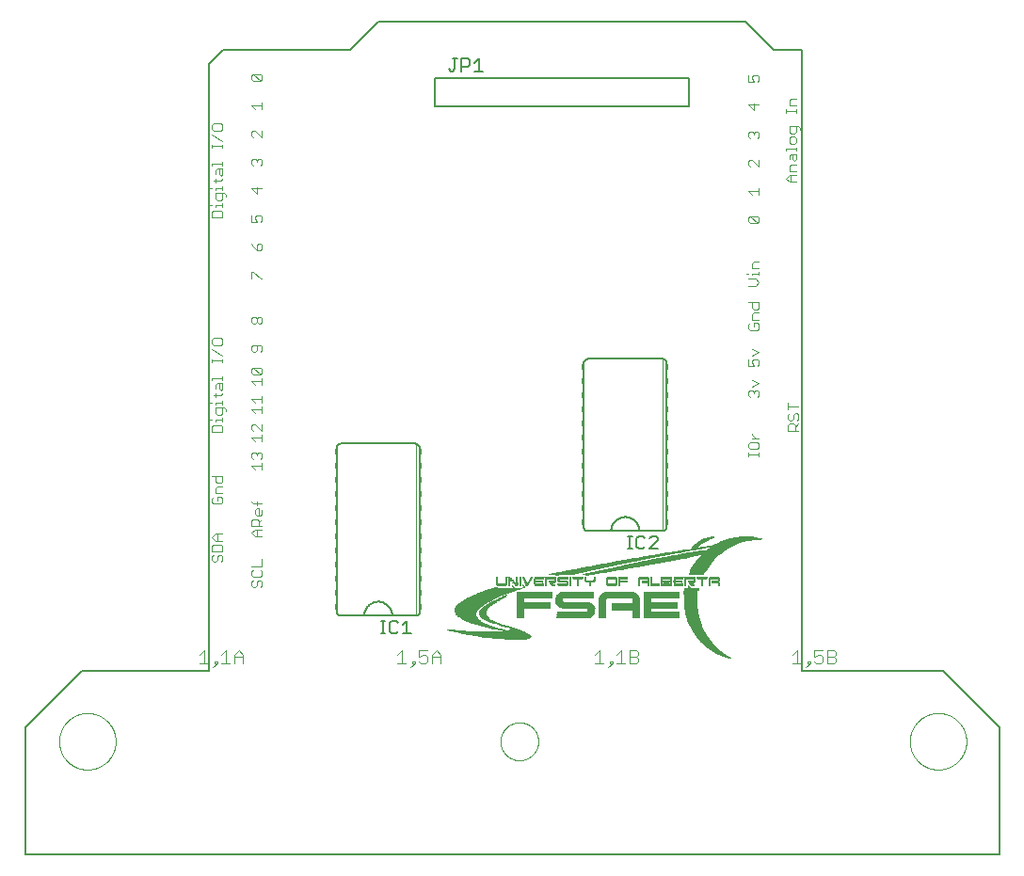
<source format=gto>
G75*
%MOIN*%
%OFA0B0*%
%FSLAX25Y25*%
%IPPOS*%
%LPD*%
%AMOC8*
5,1,8,0,0,1.08239X$1,22.5*
%
%ADD10C,0.00600*%
%ADD11R,0.00400X0.00100*%
%ADD12R,0.00700X0.00100*%
%ADD13R,0.01000X0.00100*%
%ADD14R,0.01200X0.00100*%
%ADD15R,0.01400X0.00100*%
%ADD16R,0.01500X0.00100*%
%ADD17R,0.01600X0.00100*%
%ADD18R,0.01800X0.00100*%
%ADD19R,0.01900X0.00100*%
%ADD20R,0.02000X0.00100*%
%ADD21R,0.02100X0.00100*%
%ADD22R,0.02300X0.00100*%
%ADD23R,0.02400X0.00100*%
%ADD24R,0.02500X0.00100*%
%ADD25R,0.02600X0.00100*%
%ADD26R,0.02700X0.00100*%
%ADD27R,0.02800X0.00100*%
%ADD28R,0.02900X0.00100*%
%ADD29R,0.03000X0.00100*%
%ADD30R,0.03100X0.00100*%
%ADD31R,0.03200X0.00100*%
%ADD32R,0.03300X0.00100*%
%ADD33R,0.03400X0.00100*%
%ADD34R,0.03500X0.00100*%
%ADD35R,0.03600X0.00100*%
%ADD36R,0.03700X0.00100*%
%ADD37R,0.03800X0.00100*%
%ADD38R,0.06000X0.00100*%
%ADD39R,0.08200X0.00100*%
%ADD40R,0.10200X0.00100*%
%ADD41R,0.03900X0.00100*%
%ADD42R,0.11800X0.00100*%
%ADD43R,0.13400X0.00100*%
%ADD44R,0.14700X0.00100*%
%ADD45R,0.15700X0.00100*%
%ADD46R,0.16400X0.00100*%
%ADD47R,0.17200X0.00100*%
%ADD48R,0.04000X0.00100*%
%ADD49R,0.17800X0.00100*%
%ADD50R,0.18400X0.00100*%
%ADD51R,0.18900X0.00100*%
%ADD52R,0.19500X0.00100*%
%ADD53R,0.20000X0.00100*%
%ADD54R,0.20500X0.00100*%
%ADD55R,0.21000X0.00100*%
%ADD56R,0.21500X0.00100*%
%ADD57R,0.21800X0.00100*%
%ADD58R,0.22100X0.00100*%
%ADD59R,0.22400X0.00100*%
%ADD60R,0.22700X0.00100*%
%ADD61R,0.23000X0.00100*%
%ADD62R,0.23200X0.00100*%
%ADD63R,0.04100X0.00100*%
%ADD64R,0.23600X0.00100*%
%ADD65R,0.23800X0.00100*%
%ADD66R,0.24000X0.00100*%
%ADD67R,0.09500X0.00100*%
%ADD68R,0.09100X0.00100*%
%ADD69R,0.07500X0.00100*%
%ADD70R,0.07600X0.00100*%
%ADD71R,0.06200X0.00100*%
%ADD72R,0.06500X0.00100*%
%ADD73R,0.05000X0.00100*%
%ADD74R,0.06100X0.00100*%
%ADD75R,0.01700X0.00100*%
%ADD76R,0.01300X0.00100*%
%ADD77R,0.02200X0.00100*%
%ADD78R,0.04200X0.00100*%
%ADD79R,0.04300X0.00100*%
%ADD80R,0.04400X0.00100*%
%ADD81R,0.04500X0.00100*%
%ADD82R,0.04600X0.00100*%
%ADD83R,0.04800X0.00100*%
%ADD84R,0.04900X0.00100*%
%ADD85R,0.05100X0.00100*%
%ADD86R,0.05200X0.00100*%
%ADD87R,0.05300X0.00100*%
%ADD88R,0.05400X0.00100*%
%ADD89R,0.05500X0.00100*%
%ADD90R,0.05600X0.00100*%
%ADD91R,0.05700X0.00100*%
%ADD92R,0.05800X0.00100*%
%ADD93R,0.05900X0.00100*%
%ADD94R,0.11200X0.00100*%
%ADD95R,0.12700X0.00100*%
%ADD96R,0.11600X0.00100*%
%ADD97R,0.11900X0.00100*%
%ADD98R,0.06300X0.00100*%
%ADD99R,0.12100X0.00100*%
%ADD100R,0.06400X0.00100*%
%ADD101R,0.12300X0.00100*%
%ADD102R,0.06600X0.00100*%
%ADD103R,0.12400X0.00100*%
%ADD104R,0.12600X0.00100*%
%ADD105R,0.06700X0.00100*%
%ADD106R,0.06800X0.00100*%
%ADD107R,0.12800X0.00100*%
%ADD108R,0.12900X0.00100*%
%ADD109R,0.06900X0.00100*%
%ADD110R,0.13000X0.00100*%
%ADD111R,0.07000X0.00100*%
%ADD112R,0.13100X0.00100*%
%ADD113R,0.07100X0.00100*%
%ADD114R,0.13200X0.00100*%
%ADD115R,0.04700X0.00100*%
%ADD116R,0.07200X0.00100*%
%ADD117R,0.13300X0.00100*%
%ADD118R,0.07300X0.00100*%
%ADD119R,0.07400X0.00100*%
%ADD120R,0.13500X0.00100*%
%ADD121R,0.07700X0.00100*%
%ADD122R,0.07800X0.00100*%
%ADD123R,0.07900X0.00100*%
%ADD124R,0.08000X0.00100*%
%ADD125R,0.08100X0.00100*%
%ADD126R,0.10100X0.00100*%
%ADD127R,0.08300X0.00100*%
%ADD128R,0.08400X0.00100*%
%ADD129R,0.08500X0.00100*%
%ADD130R,0.08600X0.00100*%
%ADD131R,0.11700X0.00100*%
%ADD132R,0.08700X0.00100*%
%ADD133R,0.12000X0.00100*%
%ADD134R,0.08900X0.00100*%
%ADD135R,0.09000X0.00100*%
%ADD136R,0.09200X0.00100*%
%ADD137R,0.09300X0.00100*%
%ADD138R,0.09400X0.00100*%
%ADD139R,0.09600X0.00100*%
%ADD140R,0.12500X0.00100*%
%ADD141R,0.11300X0.00100*%
%ADD142R,0.09700X0.00100*%
%ADD143R,0.09800X0.00100*%
%ADD144R,0.09900X0.00100*%
%ADD145R,0.10000X0.00100*%
%ADD146R,0.13600X0.00100*%
%ADD147R,0.14400X0.00100*%
%ADD148R,0.14300X0.00100*%
%ADD149R,0.14200X0.00100*%
%ADD150R,0.01100X0.00100*%
%ADD151R,0.14000X0.00100*%
%ADD152R,0.13900X0.00100*%
%ADD153R,0.00900X0.00100*%
%ADD154R,0.13800X0.00100*%
%ADD155R,0.00800X0.00100*%
%ADD156R,0.10300X0.00100*%
%ADD157R,0.10400X0.00100*%
%ADD158R,0.12200X0.00100*%
%ADD159R,0.10500X0.00100*%
%ADD160R,0.10700X0.00100*%
%ADD161R,0.11400X0.00100*%
%ADD162R,0.10600X0.00100*%
%ADD163R,0.08800X0.00100*%
%ADD164R,0.00100X0.00100*%
%ADD165R,0.00300X0.00100*%
%ADD166R,0.00500X0.00100*%
%ADD167R,0.00600X0.00100*%
%ADD168R,0.00200X0.00100*%
%ADD169R,0.14600X0.00100*%
%ADD170R,0.10800X0.00100*%
%ADD171R,0.10900X0.00100*%
%ADD172C,0.00200*%
%ADD173C,0.00500*%
%ADD174R,0.00500X0.02000*%
%ADD175C,0.00000*%
%ADD176C,0.00400*%
%ADD177C,0.00300*%
D10*
X0017050Y0003750D02*
X0017050Y0048750D01*
X0037050Y0068750D01*
X0082050Y0068750D01*
X0082050Y0283750D01*
X0087050Y0288750D01*
X0132050Y0288750D01*
X0142050Y0298750D01*
X0272050Y0298750D01*
X0282050Y0288750D01*
X0292050Y0288750D01*
X0292050Y0068750D01*
X0342050Y0068750D01*
X0362050Y0048750D01*
X0362050Y0003750D01*
X0017050Y0003750D01*
X0127350Y0089750D02*
X0127350Y0147750D01*
X0127352Y0147826D01*
X0127358Y0147902D01*
X0127367Y0147977D01*
X0127381Y0148052D01*
X0127398Y0148126D01*
X0127419Y0148199D01*
X0127443Y0148271D01*
X0127472Y0148342D01*
X0127503Y0148411D01*
X0127538Y0148478D01*
X0127577Y0148543D01*
X0127619Y0148607D01*
X0127664Y0148668D01*
X0127712Y0148727D01*
X0127763Y0148783D01*
X0127817Y0148837D01*
X0127873Y0148888D01*
X0127932Y0148936D01*
X0127993Y0148981D01*
X0128057Y0149023D01*
X0128122Y0149062D01*
X0128189Y0149097D01*
X0128258Y0149128D01*
X0128329Y0149157D01*
X0128401Y0149181D01*
X0128474Y0149202D01*
X0128548Y0149219D01*
X0128623Y0149233D01*
X0128698Y0149242D01*
X0128774Y0149248D01*
X0128850Y0149250D01*
X0155250Y0149250D01*
X0155326Y0149248D01*
X0155402Y0149242D01*
X0155477Y0149233D01*
X0155552Y0149219D01*
X0155626Y0149202D01*
X0155699Y0149181D01*
X0155771Y0149157D01*
X0155842Y0149128D01*
X0155911Y0149097D01*
X0155978Y0149062D01*
X0156043Y0149023D01*
X0156107Y0148981D01*
X0156168Y0148936D01*
X0156227Y0148888D01*
X0156283Y0148837D01*
X0156337Y0148783D01*
X0156388Y0148727D01*
X0156436Y0148668D01*
X0156481Y0148607D01*
X0156523Y0148543D01*
X0156562Y0148478D01*
X0156597Y0148411D01*
X0156628Y0148342D01*
X0156657Y0148271D01*
X0156681Y0148199D01*
X0156702Y0148126D01*
X0156719Y0148052D01*
X0156733Y0147977D01*
X0156742Y0147902D01*
X0156748Y0147826D01*
X0156750Y0147750D01*
X0156750Y0089750D01*
X0156748Y0089674D01*
X0156742Y0089598D01*
X0156733Y0089523D01*
X0156719Y0089448D01*
X0156702Y0089374D01*
X0156681Y0089301D01*
X0156657Y0089229D01*
X0156628Y0089158D01*
X0156597Y0089089D01*
X0156562Y0089022D01*
X0156523Y0088957D01*
X0156481Y0088893D01*
X0156436Y0088832D01*
X0156388Y0088773D01*
X0156337Y0088717D01*
X0156283Y0088663D01*
X0156227Y0088612D01*
X0156168Y0088564D01*
X0156107Y0088519D01*
X0156043Y0088477D01*
X0155978Y0088438D01*
X0155911Y0088403D01*
X0155842Y0088372D01*
X0155771Y0088343D01*
X0155699Y0088319D01*
X0155626Y0088298D01*
X0155552Y0088281D01*
X0155477Y0088267D01*
X0155402Y0088258D01*
X0155326Y0088252D01*
X0155250Y0088250D01*
X0147050Y0088250D01*
X0137050Y0088250D01*
X0128850Y0088250D01*
X0128774Y0088252D01*
X0128698Y0088258D01*
X0128623Y0088267D01*
X0128548Y0088281D01*
X0128474Y0088298D01*
X0128401Y0088319D01*
X0128329Y0088343D01*
X0128258Y0088372D01*
X0128189Y0088403D01*
X0128122Y0088438D01*
X0128057Y0088477D01*
X0127993Y0088519D01*
X0127932Y0088564D01*
X0127873Y0088612D01*
X0127817Y0088663D01*
X0127763Y0088717D01*
X0127712Y0088773D01*
X0127664Y0088832D01*
X0127619Y0088893D01*
X0127577Y0088957D01*
X0127538Y0089022D01*
X0127503Y0089089D01*
X0127472Y0089158D01*
X0127443Y0089229D01*
X0127419Y0089301D01*
X0127398Y0089374D01*
X0127381Y0089448D01*
X0127367Y0089523D01*
X0127358Y0089598D01*
X0127352Y0089674D01*
X0127350Y0089750D01*
X0137050Y0088250D02*
X0137052Y0088390D01*
X0137058Y0088530D01*
X0137068Y0088670D01*
X0137081Y0088810D01*
X0137099Y0088949D01*
X0137121Y0089088D01*
X0137146Y0089225D01*
X0137175Y0089363D01*
X0137208Y0089499D01*
X0137245Y0089634D01*
X0137286Y0089768D01*
X0137331Y0089901D01*
X0137379Y0090033D01*
X0137431Y0090163D01*
X0137486Y0090292D01*
X0137545Y0090419D01*
X0137608Y0090545D01*
X0137674Y0090669D01*
X0137743Y0090790D01*
X0137816Y0090910D01*
X0137893Y0091028D01*
X0137972Y0091143D01*
X0138055Y0091257D01*
X0138141Y0091367D01*
X0138230Y0091476D01*
X0138322Y0091582D01*
X0138417Y0091685D01*
X0138514Y0091786D01*
X0138615Y0091883D01*
X0138718Y0091978D01*
X0138824Y0092070D01*
X0138933Y0092159D01*
X0139043Y0092245D01*
X0139157Y0092328D01*
X0139272Y0092407D01*
X0139390Y0092484D01*
X0139510Y0092557D01*
X0139631Y0092626D01*
X0139755Y0092692D01*
X0139881Y0092755D01*
X0140008Y0092814D01*
X0140137Y0092869D01*
X0140267Y0092921D01*
X0140399Y0092969D01*
X0140532Y0093014D01*
X0140666Y0093055D01*
X0140801Y0093092D01*
X0140937Y0093125D01*
X0141075Y0093154D01*
X0141212Y0093179D01*
X0141351Y0093201D01*
X0141490Y0093219D01*
X0141630Y0093232D01*
X0141770Y0093242D01*
X0141910Y0093248D01*
X0142050Y0093250D01*
X0142190Y0093248D01*
X0142330Y0093242D01*
X0142470Y0093232D01*
X0142610Y0093219D01*
X0142749Y0093201D01*
X0142888Y0093179D01*
X0143025Y0093154D01*
X0143163Y0093125D01*
X0143299Y0093092D01*
X0143434Y0093055D01*
X0143568Y0093014D01*
X0143701Y0092969D01*
X0143833Y0092921D01*
X0143963Y0092869D01*
X0144092Y0092814D01*
X0144219Y0092755D01*
X0144345Y0092692D01*
X0144469Y0092626D01*
X0144590Y0092557D01*
X0144710Y0092484D01*
X0144828Y0092407D01*
X0144943Y0092328D01*
X0145057Y0092245D01*
X0145167Y0092159D01*
X0145276Y0092070D01*
X0145382Y0091978D01*
X0145485Y0091883D01*
X0145586Y0091786D01*
X0145683Y0091685D01*
X0145778Y0091582D01*
X0145870Y0091476D01*
X0145959Y0091367D01*
X0146045Y0091257D01*
X0146128Y0091143D01*
X0146207Y0091028D01*
X0146284Y0090910D01*
X0146357Y0090790D01*
X0146426Y0090669D01*
X0146492Y0090545D01*
X0146555Y0090419D01*
X0146614Y0090292D01*
X0146669Y0090163D01*
X0146721Y0090033D01*
X0146769Y0089901D01*
X0146814Y0089768D01*
X0146855Y0089634D01*
X0146892Y0089499D01*
X0146925Y0089363D01*
X0146954Y0089225D01*
X0146979Y0089088D01*
X0147001Y0088949D01*
X0147019Y0088810D01*
X0147032Y0088670D01*
X0147042Y0088530D01*
X0147048Y0088390D01*
X0147050Y0088250D01*
X0214850Y0119750D02*
X0214850Y0177750D01*
X0214852Y0177826D01*
X0214858Y0177902D01*
X0214867Y0177977D01*
X0214881Y0178052D01*
X0214898Y0178126D01*
X0214919Y0178199D01*
X0214943Y0178271D01*
X0214972Y0178342D01*
X0215003Y0178411D01*
X0215038Y0178478D01*
X0215077Y0178543D01*
X0215119Y0178607D01*
X0215164Y0178668D01*
X0215212Y0178727D01*
X0215263Y0178783D01*
X0215317Y0178837D01*
X0215373Y0178888D01*
X0215432Y0178936D01*
X0215493Y0178981D01*
X0215557Y0179023D01*
X0215622Y0179062D01*
X0215689Y0179097D01*
X0215758Y0179128D01*
X0215829Y0179157D01*
X0215901Y0179181D01*
X0215974Y0179202D01*
X0216048Y0179219D01*
X0216123Y0179233D01*
X0216198Y0179242D01*
X0216274Y0179248D01*
X0216350Y0179250D01*
X0242750Y0179250D01*
X0242826Y0179248D01*
X0242902Y0179242D01*
X0242977Y0179233D01*
X0243052Y0179219D01*
X0243126Y0179202D01*
X0243199Y0179181D01*
X0243271Y0179157D01*
X0243342Y0179128D01*
X0243411Y0179097D01*
X0243478Y0179062D01*
X0243543Y0179023D01*
X0243607Y0178981D01*
X0243668Y0178936D01*
X0243727Y0178888D01*
X0243783Y0178837D01*
X0243837Y0178783D01*
X0243888Y0178727D01*
X0243936Y0178668D01*
X0243981Y0178607D01*
X0244023Y0178543D01*
X0244062Y0178478D01*
X0244097Y0178411D01*
X0244128Y0178342D01*
X0244157Y0178271D01*
X0244181Y0178199D01*
X0244202Y0178126D01*
X0244219Y0178052D01*
X0244233Y0177977D01*
X0244242Y0177902D01*
X0244248Y0177826D01*
X0244250Y0177750D01*
X0244250Y0119750D01*
X0244248Y0119674D01*
X0244242Y0119598D01*
X0244233Y0119523D01*
X0244219Y0119448D01*
X0244202Y0119374D01*
X0244181Y0119301D01*
X0244157Y0119229D01*
X0244128Y0119158D01*
X0244097Y0119089D01*
X0244062Y0119022D01*
X0244023Y0118957D01*
X0243981Y0118893D01*
X0243936Y0118832D01*
X0243888Y0118773D01*
X0243837Y0118717D01*
X0243783Y0118663D01*
X0243727Y0118612D01*
X0243668Y0118564D01*
X0243607Y0118519D01*
X0243543Y0118477D01*
X0243478Y0118438D01*
X0243411Y0118403D01*
X0243342Y0118372D01*
X0243271Y0118343D01*
X0243199Y0118319D01*
X0243126Y0118298D01*
X0243052Y0118281D01*
X0242977Y0118267D01*
X0242902Y0118258D01*
X0242826Y0118252D01*
X0242750Y0118250D01*
X0234550Y0118250D01*
X0224550Y0118250D01*
X0216350Y0118250D01*
X0216274Y0118252D01*
X0216198Y0118258D01*
X0216123Y0118267D01*
X0216048Y0118281D01*
X0215974Y0118298D01*
X0215901Y0118319D01*
X0215829Y0118343D01*
X0215758Y0118372D01*
X0215689Y0118403D01*
X0215622Y0118438D01*
X0215557Y0118477D01*
X0215493Y0118519D01*
X0215432Y0118564D01*
X0215373Y0118612D01*
X0215317Y0118663D01*
X0215263Y0118717D01*
X0215212Y0118773D01*
X0215164Y0118832D01*
X0215119Y0118893D01*
X0215077Y0118957D01*
X0215038Y0119022D01*
X0215003Y0119089D01*
X0214972Y0119158D01*
X0214943Y0119229D01*
X0214919Y0119301D01*
X0214898Y0119374D01*
X0214881Y0119448D01*
X0214867Y0119523D01*
X0214858Y0119598D01*
X0214852Y0119674D01*
X0214850Y0119750D01*
X0224550Y0118250D02*
X0224552Y0118390D01*
X0224558Y0118530D01*
X0224568Y0118670D01*
X0224581Y0118810D01*
X0224599Y0118949D01*
X0224621Y0119088D01*
X0224646Y0119225D01*
X0224675Y0119363D01*
X0224708Y0119499D01*
X0224745Y0119634D01*
X0224786Y0119768D01*
X0224831Y0119901D01*
X0224879Y0120033D01*
X0224931Y0120163D01*
X0224986Y0120292D01*
X0225045Y0120419D01*
X0225108Y0120545D01*
X0225174Y0120669D01*
X0225243Y0120790D01*
X0225316Y0120910D01*
X0225393Y0121028D01*
X0225472Y0121143D01*
X0225555Y0121257D01*
X0225641Y0121367D01*
X0225730Y0121476D01*
X0225822Y0121582D01*
X0225917Y0121685D01*
X0226014Y0121786D01*
X0226115Y0121883D01*
X0226218Y0121978D01*
X0226324Y0122070D01*
X0226433Y0122159D01*
X0226543Y0122245D01*
X0226657Y0122328D01*
X0226772Y0122407D01*
X0226890Y0122484D01*
X0227010Y0122557D01*
X0227131Y0122626D01*
X0227255Y0122692D01*
X0227381Y0122755D01*
X0227508Y0122814D01*
X0227637Y0122869D01*
X0227767Y0122921D01*
X0227899Y0122969D01*
X0228032Y0123014D01*
X0228166Y0123055D01*
X0228301Y0123092D01*
X0228437Y0123125D01*
X0228575Y0123154D01*
X0228712Y0123179D01*
X0228851Y0123201D01*
X0228990Y0123219D01*
X0229130Y0123232D01*
X0229270Y0123242D01*
X0229410Y0123248D01*
X0229550Y0123250D01*
X0229690Y0123248D01*
X0229830Y0123242D01*
X0229970Y0123232D01*
X0230110Y0123219D01*
X0230249Y0123201D01*
X0230388Y0123179D01*
X0230525Y0123154D01*
X0230663Y0123125D01*
X0230799Y0123092D01*
X0230934Y0123055D01*
X0231068Y0123014D01*
X0231201Y0122969D01*
X0231333Y0122921D01*
X0231463Y0122869D01*
X0231592Y0122814D01*
X0231719Y0122755D01*
X0231845Y0122692D01*
X0231969Y0122626D01*
X0232090Y0122557D01*
X0232210Y0122484D01*
X0232328Y0122407D01*
X0232443Y0122328D01*
X0232557Y0122245D01*
X0232667Y0122159D01*
X0232776Y0122070D01*
X0232882Y0121978D01*
X0232985Y0121883D01*
X0233086Y0121786D01*
X0233183Y0121685D01*
X0233278Y0121582D01*
X0233370Y0121476D01*
X0233459Y0121367D01*
X0233545Y0121257D01*
X0233628Y0121143D01*
X0233707Y0121028D01*
X0233784Y0120910D01*
X0233857Y0120790D01*
X0233926Y0120669D01*
X0233992Y0120545D01*
X0234055Y0120419D01*
X0234114Y0120292D01*
X0234169Y0120163D01*
X0234221Y0120033D01*
X0234269Y0119901D01*
X0234314Y0119768D01*
X0234355Y0119634D01*
X0234392Y0119499D01*
X0234425Y0119363D01*
X0234454Y0119225D01*
X0234479Y0119088D01*
X0234501Y0118949D01*
X0234519Y0118810D01*
X0234532Y0118670D01*
X0234542Y0118530D01*
X0234548Y0118390D01*
X0234550Y0118250D01*
D11*
X0252100Y0098550D03*
X0266800Y0072950D03*
X0193700Y0098250D03*
X0193700Y0098350D03*
X0189800Y0098450D03*
X0187300Y0095250D03*
D12*
X0189950Y0098150D03*
X0191250Y0099750D03*
X0191250Y0099850D03*
X0191250Y0099950D03*
X0191250Y0100050D03*
X0191250Y0100150D03*
X0191250Y0100250D03*
X0191250Y0100350D03*
X0191250Y0100450D03*
X0191250Y0100550D03*
X0191250Y0100650D03*
X0191250Y0100750D03*
X0191250Y0100850D03*
X0191250Y0100950D03*
X0191250Y0101050D03*
X0191250Y0101150D03*
X0191250Y0101250D03*
X0191250Y0101350D03*
X0191250Y0101450D03*
X0191250Y0101550D03*
X0191250Y0101650D03*
X0191250Y0101750D03*
X0191250Y0101850D03*
X0192350Y0101850D03*
X0192350Y0101750D03*
X0192350Y0101650D03*
X0192350Y0101550D03*
X0192350Y0101450D03*
X0192350Y0101350D03*
X0192350Y0101250D03*
X0192350Y0101150D03*
X0192350Y0101050D03*
X0192350Y0100950D03*
X0192350Y0100850D03*
X0192350Y0100750D03*
X0192350Y0100650D03*
X0192350Y0100550D03*
X0192350Y0100450D03*
X0192350Y0100350D03*
X0192350Y0100250D03*
X0192350Y0100150D03*
X0192350Y0100050D03*
X0192350Y0099950D03*
X0192350Y0099850D03*
X0192350Y0099750D03*
X0192350Y0099650D03*
X0192350Y0099550D03*
X0192350Y0099450D03*
X0192350Y0099350D03*
X0192350Y0099250D03*
X0192350Y0099150D03*
X0192350Y0099050D03*
X0192350Y0098950D03*
X0192350Y0098850D03*
X0192350Y0098750D03*
X0197550Y0099350D03*
X0197550Y0099450D03*
X0197550Y0099550D03*
X0197550Y0099650D03*
X0197550Y0099750D03*
X0197550Y0100650D03*
X0197550Y0100750D03*
X0197550Y0100850D03*
X0197550Y0100950D03*
X0197550Y0101050D03*
X0205450Y0102350D03*
X0205950Y0101050D03*
X0205950Y0100650D03*
X0214850Y0102650D03*
X0215350Y0101850D03*
X0215350Y0101750D03*
X0215350Y0101650D03*
X0215350Y0101550D03*
X0215350Y0101450D03*
X0215350Y0101350D03*
X0215350Y0101250D03*
X0215350Y0101150D03*
X0215350Y0101050D03*
X0215350Y0100950D03*
X0215350Y0100850D03*
X0215350Y0100750D03*
X0217050Y0099750D03*
X0217050Y0099650D03*
X0217050Y0099550D03*
X0217050Y0099450D03*
X0217050Y0099350D03*
X0217050Y0099250D03*
X0217050Y0099150D03*
X0217050Y0099050D03*
X0217050Y0098950D03*
X0217050Y0098850D03*
X0217050Y0098750D03*
X0218650Y0100750D03*
X0218650Y0100850D03*
X0218650Y0100950D03*
X0218650Y0101050D03*
X0218650Y0101150D03*
X0218650Y0101250D03*
X0218650Y0101350D03*
X0218650Y0101450D03*
X0218650Y0101550D03*
X0218650Y0101650D03*
X0218650Y0101750D03*
X0218650Y0101850D03*
X0226350Y0100950D03*
X0226350Y0100850D03*
X0226350Y0100750D03*
X0226350Y0100650D03*
X0226350Y0100550D03*
X0226350Y0100450D03*
X0226350Y0100350D03*
X0226350Y0100250D03*
X0226350Y0100150D03*
X0226350Y0100050D03*
X0226350Y0099950D03*
X0226350Y0099850D03*
X0226350Y0099750D03*
X0226350Y0099650D03*
X0226350Y0099550D03*
X0227450Y0099550D03*
X0227450Y0099650D03*
X0227450Y0099750D03*
X0227450Y0099450D03*
X0227450Y0099350D03*
X0227450Y0099250D03*
X0227450Y0099150D03*
X0227450Y0099050D03*
X0227450Y0098950D03*
X0227450Y0098850D03*
X0227450Y0098750D03*
X0227450Y0098650D03*
X0227450Y0100650D03*
X0227450Y0100750D03*
X0227450Y0100850D03*
X0227450Y0100950D03*
X0227450Y0101050D03*
X0234450Y0100950D03*
X0234450Y0100850D03*
X0234450Y0100750D03*
X0234450Y0100650D03*
X0234450Y0100550D03*
X0234450Y0100450D03*
X0234450Y0100350D03*
X0234450Y0100250D03*
X0234450Y0100150D03*
X0234450Y0100050D03*
X0234450Y0099950D03*
X0234450Y0099850D03*
X0234450Y0099750D03*
X0234450Y0099650D03*
X0234450Y0099550D03*
X0234450Y0099450D03*
X0234450Y0099350D03*
X0234450Y0099250D03*
X0234450Y0099150D03*
X0234450Y0099050D03*
X0234450Y0098950D03*
X0234450Y0098850D03*
X0234450Y0098750D03*
X0234450Y0098650D03*
X0237750Y0098650D03*
X0237750Y0098750D03*
X0237750Y0098850D03*
X0237750Y0098950D03*
X0237750Y0099050D03*
X0237750Y0099150D03*
X0237750Y0099250D03*
X0237750Y0099350D03*
X0237750Y0099450D03*
X0237750Y0099550D03*
X0237750Y0100450D03*
X0237750Y0100550D03*
X0237750Y0100650D03*
X0237750Y0100750D03*
X0237750Y0100850D03*
X0237750Y0100950D03*
X0238850Y0100950D03*
X0238850Y0101050D03*
X0238850Y0101150D03*
X0238850Y0101250D03*
X0238850Y0101350D03*
X0238850Y0101450D03*
X0238850Y0101550D03*
X0238850Y0101650D03*
X0238850Y0101750D03*
X0238850Y0101850D03*
X0238850Y0100850D03*
X0238850Y0100750D03*
X0238850Y0100650D03*
X0238850Y0100550D03*
X0238850Y0100450D03*
X0238850Y0100350D03*
X0238850Y0100250D03*
X0238850Y0100150D03*
X0238850Y0100050D03*
X0238850Y0099950D03*
X0238850Y0099850D03*
X0238850Y0099750D03*
X0238850Y0099650D03*
X0238850Y0099550D03*
X0238850Y0099450D03*
X0242550Y0099450D03*
X0242550Y0099550D03*
X0242550Y0099650D03*
X0242550Y0099750D03*
X0242550Y0099350D03*
X0242550Y0100650D03*
X0242550Y0100750D03*
X0242550Y0100850D03*
X0242550Y0100950D03*
X0242550Y0101050D03*
X0245850Y0100950D03*
X0245850Y0100850D03*
X0245850Y0100750D03*
X0245850Y0099750D03*
X0246950Y0099750D03*
X0246950Y0099650D03*
X0246950Y0099550D03*
X0246950Y0099450D03*
X0246950Y0099350D03*
X0246950Y0100650D03*
X0246950Y0100750D03*
X0246950Y0100850D03*
X0246950Y0100950D03*
X0246950Y0101050D03*
X0252250Y0098250D03*
X0254150Y0100550D03*
X0259350Y0100550D03*
X0259350Y0100650D03*
X0259350Y0100750D03*
X0259350Y0100850D03*
X0259350Y0100950D03*
X0259350Y0100450D03*
X0259350Y0100350D03*
X0259350Y0100250D03*
X0259350Y0100150D03*
X0259350Y0100050D03*
X0259350Y0099950D03*
X0259350Y0099850D03*
X0259350Y0099750D03*
X0259350Y0099650D03*
X0259350Y0099550D03*
X0259350Y0099450D03*
X0259350Y0099350D03*
X0259350Y0099250D03*
X0259350Y0099150D03*
X0259350Y0099050D03*
X0259350Y0098950D03*
X0259350Y0098850D03*
X0259350Y0098750D03*
X0259350Y0098650D03*
X0262650Y0098650D03*
X0262650Y0098750D03*
X0262650Y0098850D03*
X0262650Y0098950D03*
X0262650Y0099050D03*
X0262650Y0099150D03*
X0262650Y0099250D03*
X0262650Y0099350D03*
X0262650Y0099450D03*
X0262650Y0099550D03*
X0262650Y0100450D03*
X0262650Y0100550D03*
X0262650Y0100650D03*
X0262650Y0100750D03*
X0262650Y0100850D03*
X0262650Y0100950D03*
X0266550Y0073050D03*
X0184050Y0101850D03*
D13*
X0188600Y0101650D03*
X0189500Y0100650D03*
X0189600Y0100550D03*
X0189700Y0100450D03*
X0189800Y0100350D03*
X0190200Y0099850D03*
X0190300Y0099750D03*
X0191100Y0098850D03*
X0190100Y0097850D03*
X0186800Y0094950D03*
X0194900Y0098850D03*
X0194900Y0098950D03*
X0203500Y0099550D03*
X0203600Y0099450D03*
X0203700Y0099350D03*
X0203800Y0099250D03*
X0204100Y0098850D03*
X0204200Y0098750D03*
X0204300Y0098650D03*
X0205400Y0102450D03*
X0216000Y0102450D03*
X0252400Y0097950D03*
X0253400Y0098950D03*
X0253500Y0098850D03*
X0253600Y0098750D03*
X0253700Y0098650D03*
X0253100Y0099350D03*
X0253000Y0099450D03*
X0252900Y0099550D03*
X0266300Y0073150D03*
D14*
X0266100Y0073250D03*
X0194900Y0099050D03*
X0194900Y0099150D03*
X0191000Y0099150D03*
X0191000Y0099050D03*
X0188700Y0101450D03*
X0186300Y0094650D03*
D15*
X0185900Y0094450D03*
X0185700Y0094350D03*
X0185500Y0094250D03*
X0185300Y0094150D03*
X0190900Y0099350D03*
X0188800Y0101150D03*
X0188800Y0101250D03*
X0194900Y0099350D03*
X0194900Y0099250D03*
X0189000Y0083850D03*
X0265800Y0073350D03*
D16*
X0265550Y0073450D03*
X0205450Y0102550D03*
X0190850Y0099450D03*
X0188850Y0101050D03*
X0185150Y0094050D03*
X0184950Y0093950D03*
X0184750Y0093850D03*
X0184550Y0093750D03*
X0184650Y0085150D03*
X0188650Y0083950D03*
X0189850Y0083550D03*
D17*
X0188200Y0084050D03*
X0186500Y0082950D03*
X0185500Y0084850D03*
X0185200Y0084950D03*
X0184900Y0085050D03*
X0184300Y0085250D03*
X0183400Y0093150D03*
X0183600Y0093250D03*
X0183800Y0093350D03*
X0184100Y0093550D03*
X0184300Y0093650D03*
X0188900Y0100950D03*
X0190800Y0099550D03*
X0194900Y0099550D03*
X0194900Y0099450D03*
X0216200Y0102550D03*
X0265300Y0073550D03*
D18*
X0265100Y0073650D03*
X0264900Y0073750D03*
X0253100Y0099750D03*
X0194900Y0099650D03*
X0189000Y0100750D03*
X0182600Y0092650D03*
X0182300Y0092450D03*
X0182100Y0092350D03*
X0182000Y0092250D03*
X0180900Y0086650D03*
X0181100Y0086550D03*
X0181300Y0086450D03*
X0181500Y0086350D03*
X0181700Y0086250D03*
X0181900Y0086150D03*
X0182100Y0086050D03*
X0186800Y0084450D03*
X0187100Y0084350D03*
X0190000Y0083450D03*
D19*
X0180750Y0086750D03*
X0181350Y0091850D03*
X0181550Y0091950D03*
X0181650Y0092050D03*
X0181850Y0092150D03*
X0203750Y0099750D03*
X0264750Y0073850D03*
D20*
X0264500Y0073950D03*
X0264300Y0074050D03*
X0185500Y0083150D03*
X0180600Y0086850D03*
X0180800Y0091450D03*
X0180900Y0091550D03*
X0181100Y0091650D03*
X0181200Y0091750D03*
X0167500Y0083050D03*
D21*
X0180450Y0086950D03*
X0180250Y0090950D03*
X0180350Y0091050D03*
X0180450Y0091150D03*
X0180550Y0091250D03*
X0180650Y0091350D03*
X0203750Y0099850D03*
X0244150Y0099850D03*
X0253150Y0099850D03*
X0254150Y0112250D03*
X0254250Y0112350D03*
X0254350Y0112450D03*
X0259850Y0115750D03*
X0264150Y0074150D03*
D22*
X0263950Y0074250D03*
X0263750Y0074350D03*
X0253150Y0099950D03*
X0255850Y0113750D03*
X0256050Y0113850D03*
X0256150Y0113950D03*
X0256350Y0114050D03*
X0256850Y0114350D03*
X0259550Y0115650D03*
X0216450Y0102650D03*
X0209850Y0102650D03*
X0205450Y0102650D03*
X0203750Y0099950D03*
X0184550Y0083350D03*
X0179450Y0090150D03*
X0179550Y0090250D03*
X0179650Y0090350D03*
D23*
X0179400Y0090050D03*
X0179300Y0089950D03*
X0180100Y0087250D03*
X0180200Y0087150D03*
X0184000Y0083450D03*
X0203800Y0100050D03*
X0256500Y0114150D03*
X0256700Y0114250D03*
X0257000Y0114450D03*
X0257200Y0114550D03*
X0257700Y0114850D03*
X0259200Y0115550D03*
X0263400Y0074550D03*
X0263600Y0074450D03*
D24*
X0263250Y0074650D03*
X0263050Y0074750D03*
X0253150Y0100050D03*
X0253150Y0100150D03*
X0257350Y0114650D03*
X0257550Y0114750D03*
X0257850Y0114950D03*
X0258050Y0115050D03*
X0258250Y0115150D03*
X0258450Y0115250D03*
X0258650Y0115350D03*
X0258950Y0115450D03*
X0224650Y0101850D03*
X0203750Y0100150D03*
X0179250Y0089850D03*
X0179150Y0089750D03*
X0179150Y0089650D03*
X0179150Y0089550D03*
X0179050Y0089350D03*
X0179050Y0089250D03*
X0179050Y0089150D03*
X0179050Y0089050D03*
X0179050Y0088950D03*
X0179050Y0088850D03*
X0179150Y0088650D03*
X0179150Y0088550D03*
X0179150Y0088450D03*
X0179250Y0088350D03*
X0179250Y0088250D03*
X0179350Y0088150D03*
X0179450Y0087950D03*
X0179550Y0087850D03*
X0179750Y0087550D03*
X0179850Y0087450D03*
X0179950Y0087350D03*
D25*
X0179700Y0087650D03*
X0179600Y0087750D03*
X0179400Y0088050D03*
X0179100Y0088750D03*
X0179100Y0089450D03*
X0183200Y0083650D03*
X0183600Y0083550D03*
X0190200Y0083250D03*
X0262700Y0074950D03*
X0262900Y0074850D03*
D26*
X0262550Y0075050D03*
X0262450Y0075150D03*
X0262050Y0075450D03*
X0261650Y0099650D03*
X0261650Y0100350D03*
X0253150Y0100250D03*
X0236750Y0100250D03*
X0236750Y0100350D03*
X0236750Y0100150D03*
X0236750Y0100050D03*
X0236750Y0099950D03*
X0236750Y0099850D03*
X0236750Y0099750D03*
X0236750Y0099650D03*
X0233450Y0093750D03*
X0233450Y0093650D03*
X0233450Y0093550D03*
X0233450Y0093450D03*
X0233450Y0093350D03*
X0233450Y0093250D03*
X0233450Y0093150D03*
X0233450Y0093050D03*
X0233450Y0092950D03*
X0233450Y0092850D03*
X0233450Y0092750D03*
X0233450Y0092650D03*
X0233450Y0092550D03*
X0233450Y0092450D03*
X0233450Y0092350D03*
X0233450Y0090050D03*
X0233450Y0089950D03*
X0233450Y0089850D03*
X0233450Y0089750D03*
X0233450Y0089650D03*
X0233450Y0089550D03*
X0233450Y0089450D03*
X0233450Y0089350D03*
X0233450Y0089250D03*
X0233450Y0089150D03*
X0233450Y0089050D03*
X0233450Y0088950D03*
X0233450Y0088850D03*
X0233450Y0088750D03*
X0233450Y0088650D03*
X0233450Y0088550D03*
X0233450Y0088450D03*
X0233450Y0088350D03*
X0233450Y0088250D03*
X0233450Y0088150D03*
X0233450Y0088050D03*
X0233450Y0087950D03*
X0233450Y0087850D03*
X0233450Y0087750D03*
X0233450Y0087650D03*
X0233450Y0087550D03*
X0233450Y0087450D03*
X0233450Y0087350D03*
X0233450Y0087250D03*
X0221550Y0087250D03*
X0221550Y0087350D03*
X0221550Y0087450D03*
X0221550Y0087550D03*
X0221550Y0087650D03*
X0221550Y0087750D03*
X0221550Y0087850D03*
X0221550Y0087950D03*
X0221550Y0088050D03*
X0221550Y0088150D03*
X0221550Y0088250D03*
X0221550Y0088350D03*
X0221550Y0088450D03*
X0221550Y0088550D03*
X0221550Y0088650D03*
X0221550Y0088750D03*
X0221550Y0088850D03*
X0221550Y0088950D03*
X0221550Y0089050D03*
X0221550Y0089150D03*
X0221550Y0089250D03*
X0221550Y0089350D03*
X0221550Y0089450D03*
X0221550Y0089550D03*
X0221550Y0089650D03*
X0221550Y0089750D03*
X0221550Y0089850D03*
X0221550Y0089950D03*
X0221550Y0090050D03*
X0221550Y0090150D03*
X0221550Y0090250D03*
X0221550Y0090350D03*
X0221550Y0090450D03*
X0221550Y0090550D03*
X0221550Y0090650D03*
X0221550Y0090750D03*
X0221550Y0090850D03*
X0221550Y0090950D03*
X0221550Y0091050D03*
X0221550Y0091150D03*
X0221550Y0091250D03*
X0221550Y0091350D03*
X0221550Y0091450D03*
X0221550Y0091550D03*
X0221550Y0091650D03*
X0221550Y0091750D03*
X0221550Y0091850D03*
X0221550Y0091950D03*
X0221550Y0092050D03*
X0221550Y0092150D03*
X0221550Y0092250D03*
X0221550Y0092350D03*
X0221550Y0092450D03*
X0221550Y0092550D03*
X0221550Y0092650D03*
X0221550Y0092750D03*
X0221550Y0092850D03*
X0221550Y0092950D03*
X0221550Y0093050D03*
X0221550Y0093150D03*
X0221550Y0093250D03*
X0221550Y0093350D03*
X0221550Y0093450D03*
X0221550Y0093550D03*
X0221550Y0093650D03*
X0221550Y0093750D03*
X0221550Y0093850D03*
X0217550Y0090350D03*
X0217550Y0090250D03*
X0217550Y0090050D03*
X0217550Y0089950D03*
X0217550Y0089850D03*
X0217550Y0089750D03*
X0217550Y0089650D03*
X0206150Y0093250D03*
X0206150Y0093950D03*
X0203750Y0100250D03*
X0192450Y0094250D03*
X0192450Y0094150D03*
X0192450Y0094050D03*
X0192450Y0093950D03*
X0192450Y0093850D03*
X0192450Y0093750D03*
X0192450Y0093650D03*
X0192450Y0093550D03*
X0192450Y0093450D03*
X0192450Y0093350D03*
X0192450Y0093250D03*
X0192450Y0093150D03*
X0192450Y0093050D03*
X0192450Y0092950D03*
X0192450Y0090650D03*
X0192450Y0090550D03*
X0192450Y0090450D03*
X0192450Y0090350D03*
X0192450Y0090250D03*
X0192450Y0090150D03*
X0192450Y0090050D03*
X0192450Y0089950D03*
X0192450Y0089850D03*
X0192450Y0089750D03*
X0192450Y0089650D03*
X0192450Y0089550D03*
X0192450Y0089450D03*
X0192450Y0089350D03*
X0192450Y0089250D03*
X0192450Y0089150D03*
X0192450Y0089050D03*
X0192450Y0088950D03*
X0192450Y0088850D03*
X0192450Y0088750D03*
X0192450Y0088650D03*
X0192450Y0088550D03*
X0192450Y0088450D03*
X0192450Y0088350D03*
X0192450Y0088250D03*
X0192450Y0088150D03*
X0192450Y0088050D03*
X0192450Y0087950D03*
X0192450Y0087850D03*
X0192450Y0087750D03*
X0192450Y0087650D03*
X0192450Y0087550D03*
X0192450Y0087450D03*
X0192450Y0087350D03*
X0192450Y0087250D03*
X0182750Y0083750D03*
D27*
X0182400Y0083850D03*
X0182000Y0083950D03*
X0192500Y0090750D03*
X0206100Y0093350D03*
X0206100Y0093450D03*
X0206100Y0093550D03*
X0206100Y0093650D03*
X0206100Y0093750D03*
X0206100Y0093850D03*
X0206200Y0094050D03*
X0206200Y0094150D03*
X0206200Y0093150D03*
X0206200Y0093050D03*
X0203700Y0100350D03*
X0217500Y0090550D03*
X0217500Y0090450D03*
X0217600Y0090150D03*
X0217500Y0089550D03*
X0221600Y0093950D03*
X0221600Y0094050D03*
X0233300Y0094150D03*
X0233400Y0094050D03*
X0233400Y0093950D03*
X0233400Y0093850D03*
X0237400Y0093850D03*
X0237400Y0093950D03*
X0237400Y0094050D03*
X0237400Y0094150D03*
X0237400Y0094250D03*
X0237400Y0093750D03*
X0237400Y0093650D03*
X0237400Y0093550D03*
X0237400Y0093450D03*
X0237400Y0093350D03*
X0237400Y0093250D03*
X0237400Y0093150D03*
X0237400Y0093050D03*
X0237400Y0092950D03*
X0237400Y0090750D03*
X0237400Y0090650D03*
X0237400Y0090550D03*
X0237400Y0090450D03*
X0237400Y0090350D03*
X0237400Y0090250D03*
X0237400Y0090150D03*
X0237400Y0090050D03*
X0237400Y0089950D03*
X0237400Y0089850D03*
X0237400Y0089750D03*
X0237400Y0089650D03*
X0237400Y0089550D03*
X0237400Y0089450D03*
X0237400Y0089350D03*
X0236100Y0101850D03*
X0253100Y0100350D03*
X0261000Y0101850D03*
X0261600Y0100250D03*
X0261600Y0100150D03*
X0261600Y0100050D03*
X0261600Y0099950D03*
X0261600Y0099850D03*
X0261600Y0099750D03*
X0258100Y0112350D03*
X0257500Y0112250D03*
X0261800Y0075650D03*
X0261900Y0075550D03*
X0262200Y0075350D03*
X0262300Y0075250D03*
X0168100Y0082950D03*
D28*
X0181650Y0084050D03*
X0206250Y0094250D03*
X0217450Y0090650D03*
X0217450Y0089450D03*
X0221650Y0094150D03*
X0224650Y0098650D03*
X0233250Y0094250D03*
X0253950Y0111650D03*
X0256850Y0112150D03*
X0261550Y0075850D03*
X0261650Y0075750D03*
D29*
X0261400Y0075950D03*
X0261300Y0076050D03*
X0261100Y0076150D03*
X0261000Y0076250D03*
X0221700Y0094250D03*
X0217400Y0089350D03*
X0206300Y0092950D03*
X0217000Y0099950D03*
X0190300Y0083150D03*
X0181300Y0084150D03*
X0181000Y0084250D03*
X0253300Y0111550D03*
D30*
X0224650Y0101750D03*
X0207750Y0101850D03*
X0185750Y0098650D03*
X0180650Y0084350D03*
X0168850Y0082850D03*
X0260650Y0076550D03*
X0260750Y0076450D03*
X0260850Y0076350D03*
D31*
X0260500Y0076650D03*
X0260400Y0076750D03*
X0261000Y0101750D03*
X0252700Y0111450D03*
X0252100Y0111350D03*
X0251500Y0111250D03*
X0236100Y0101750D03*
X0224700Y0098750D03*
X0217300Y0090750D03*
X0191200Y0079650D03*
X0180300Y0084450D03*
D32*
X0183950Y0097750D03*
X0185750Y0098750D03*
X0198850Y0099950D03*
X0198850Y0100050D03*
X0198850Y0100150D03*
X0198850Y0100250D03*
X0198850Y0100350D03*
X0198850Y0100450D03*
X0198850Y0100550D03*
X0207250Y0100550D03*
X0207650Y0101750D03*
X0207350Y0098650D03*
X0224650Y0101650D03*
X0228750Y0100550D03*
X0228750Y0100450D03*
X0228750Y0100350D03*
X0228750Y0100250D03*
X0228750Y0100150D03*
X0228750Y0100050D03*
X0228750Y0099950D03*
X0240150Y0099250D03*
X0240150Y0099150D03*
X0240150Y0099050D03*
X0240150Y0098950D03*
X0240150Y0098850D03*
X0240150Y0098750D03*
X0240150Y0098650D03*
X0248250Y0099950D03*
X0248250Y0100050D03*
X0248250Y0100150D03*
X0248250Y0100250D03*
X0248250Y0100350D03*
X0248250Y0100450D03*
X0248250Y0100550D03*
X0254350Y0111750D03*
X0260150Y0076950D03*
X0260250Y0076850D03*
D33*
X0260000Y0077050D03*
X0259900Y0077150D03*
X0259800Y0077250D03*
X0261000Y0101650D03*
X0248300Y0101150D03*
X0243900Y0101850D03*
X0236100Y0101650D03*
X0250300Y0111050D03*
X0250900Y0111150D03*
X0272500Y0116050D03*
X0217000Y0100050D03*
X0207700Y0099950D03*
X0207400Y0098750D03*
X0207600Y0101650D03*
X0190400Y0083050D03*
X0180000Y0084550D03*
X0179700Y0084650D03*
D34*
X0185750Y0098850D03*
X0198950Y0098850D03*
X0198950Y0098950D03*
X0198950Y0099050D03*
X0198950Y0099150D03*
X0198950Y0099250D03*
X0198950Y0098750D03*
X0198950Y0098650D03*
X0198950Y0101150D03*
X0198950Y0101250D03*
X0198950Y0101350D03*
X0198950Y0101450D03*
X0198950Y0101550D03*
X0198950Y0101650D03*
X0198950Y0101750D03*
X0198950Y0101850D03*
X0202750Y0101850D03*
X0207350Y0100450D03*
X0207450Y0100350D03*
X0207550Y0100150D03*
X0207650Y0100050D03*
X0207450Y0098850D03*
X0207550Y0101550D03*
X0216550Y0102750D03*
X0224650Y0101550D03*
X0224650Y0098850D03*
X0228850Y0101150D03*
X0228850Y0101250D03*
X0228850Y0101350D03*
X0228850Y0101450D03*
X0228850Y0101550D03*
X0228850Y0101650D03*
X0228850Y0101750D03*
X0228850Y0101850D03*
X0248350Y0101850D03*
X0248350Y0101750D03*
X0248350Y0101650D03*
X0248350Y0101550D03*
X0248350Y0101450D03*
X0248350Y0101350D03*
X0248350Y0101250D03*
X0248350Y0099250D03*
X0248350Y0099150D03*
X0248350Y0099050D03*
X0248350Y0098950D03*
X0248350Y0098850D03*
X0248350Y0098750D03*
X0248350Y0098650D03*
X0252150Y0101850D03*
X0249650Y0110950D03*
X0259450Y0077550D03*
X0259550Y0077450D03*
X0259650Y0077350D03*
D35*
X0259400Y0077650D03*
X0259300Y0077750D03*
X0259200Y0077850D03*
X0259100Y0077950D03*
X0259000Y0078050D03*
X0258900Y0078150D03*
X0258800Y0078250D03*
X0258700Y0078350D03*
X0258600Y0078450D03*
X0258500Y0078550D03*
X0256800Y0101150D03*
X0261000Y0101550D03*
X0249100Y0110850D03*
X0248500Y0110750D03*
X0236100Y0101550D03*
X0217000Y0102850D03*
X0217000Y0100150D03*
X0212800Y0101150D03*
X0207500Y0101450D03*
X0207500Y0100250D03*
X0207500Y0098950D03*
X0179400Y0084750D03*
X0179100Y0084850D03*
D36*
X0185750Y0098950D03*
X0202850Y0101750D03*
X0207450Y0101350D03*
X0207450Y0101250D03*
X0207450Y0101150D03*
X0207550Y0099250D03*
X0207550Y0099150D03*
X0207550Y0099050D03*
X0217050Y0100250D03*
X0217550Y0102950D03*
X0224650Y0101450D03*
X0224650Y0098950D03*
X0243950Y0098650D03*
X0244050Y0100250D03*
X0244050Y0101650D03*
X0243950Y0101750D03*
X0252250Y0101750D03*
X0247950Y0110650D03*
X0257750Y0079450D03*
X0258150Y0078950D03*
X0258250Y0078850D03*
X0258350Y0078750D03*
X0258450Y0078650D03*
D37*
X0258100Y0079050D03*
X0258000Y0079150D03*
X0257900Y0079250D03*
X0257800Y0079350D03*
X0257700Y0079550D03*
X0257600Y0079650D03*
X0257500Y0079750D03*
X0257400Y0079850D03*
X0257200Y0080150D03*
X0244100Y0098750D03*
X0244100Y0100150D03*
X0244100Y0100350D03*
X0244100Y0101550D03*
X0236100Y0101450D03*
X0236100Y0101350D03*
X0224700Y0099050D03*
X0217000Y0100350D03*
X0212800Y0101250D03*
X0212800Y0101350D03*
X0212800Y0101450D03*
X0212800Y0101550D03*
X0212800Y0101650D03*
X0212800Y0101750D03*
X0212800Y0101850D03*
X0185700Y0099050D03*
X0178800Y0084950D03*
X0247300Y0110550D03*
X0254700Y0111850D03*
X0256800Y0101850D03*
X0256800Y0101750D03*
X0256800Y0101650D03*
X0256800Y0101550D03*
X0256800Y0101450D03*
X0256800Y0101350D03*
X0256800Y0101250D03*
X0261000Y0101350D03*
X0261000Y0101450D03*
X0252300Y0101650D03*
D38*
X0256700Y0106150D03*
X0256800Y0106250D03*
X0256900Y0106450D03*
X0257000Y0106550D03*
X0257100Y0106750D03*
X0257200Y0106850D03*
X0257300Y0106950D03*
X0257300Y0107050D03*
X0257400Y0107150D03*
X0257500Y0107250D03*
X0257600Y0107350D03*
X0257700Y0107550D03*
X0257800Y0107650D03*
X0257900Y0107750D03*
X0258200Y0108150D03*
X0258300Y0108250D03*
X0258400Y0108350D03*
X0229200Y0107250D03*
X0227100Y0104750D03*
X0191000Y0079750D03*
X0174300Y0087250D03*
D39*
X0173300Y0090150D03*
X0190700Y0079850D03*
X0235800Y0106450D03*
X0251000Y0109450D03*
X0251500Y0109550D03*
X0252000Y0109650D03*
D40*
X0190300Y0079950D03*
X0181300Y0095450D03*
X0181100Y0095350D03*
X0180800Y0095250D03*
X0180100Y0094950D03*
D41*
X0185750Y0099150D03*
X0185750Y0099250D03*
X0202950Y0101550D03*
X0202950Y0101650D03*
X0217050Y0100450D03*
X0218050Y0103050D03*
X0224650Y0101350D03*
X0224650Y0101250D03*
X0224650Y0099150D03*
X0236150Y0101250D03*
X0244150Y0101350D03*
X0244150Y0101450D03*
X0244150Y0100550D03*
X0244150Y0100450D03*
X0244150Y0100050D03*
X0244150Y0098950D03*
X0244150Y0098850D03*
X0252350Y0101550D03*
X0246750Y0110450D03*
X0246150Y0110350D03*
X0256550Y0081050D03*
X0256750Y0080750D03*
X0256850Y0080650D03*
X0256950Y0080450D03*
X0257050Y0080350D03*
X0257150Y0080250D03*
X0257250Y0080050D03*
X0257350Y0079950D03*
X0190450Y0082950D03*
X0178450Y0085050D03*
X0169750Y0082750D03*
D42*
X0189800Y0080050D03*
X0210800Y0092750D03*
D43*
X0211700Y0094750D03*
X0211700Y0094850D03*
X0212000Y0088950D03*
X0212000Y0088850D03*
X0189200Y0080150D03*
X0256600Y0110050D03*
D44*
X0188650Y0080250D03*
D45*
X0188250Y0080350D03*
D46*
X0187900Y0080450D03*
D47*
X0187600Y0080550D03*
D48*
X0178200Y0085150D03*
X0203000Y0101450D03*
X0217000Y0100550D03*
X0224700Y0101150D03*
X0224700Y0099250D03*
X0236100Y0101150D03*
X0244200Y0101150D03*
X0244200Y0101250D03*
X0244200Y0099950D03*
X0244200Y0099150D03*
X0244200Y0099050D03*
X0252400Y0101350D03*
X0252400Y0101450D03*
X0261000Y0101250D03*
X0261000Y0101150D03*
X0245600Y0110250D03*
X0245000Y0110150D03*
X0255500Y0082650D03*
X0255700Y0082350D03*
X0255800Y0082150D03*
X0256000Y0081850D03*
X0256100Y0081750D03*
X0256100Y0081650D03*
X0256200Y0081550D03*
X0256300Y0081450D03*
X0256300Y0081350D03*
X0256400Y0081250D03*
X0256500Y0081150D03*
X0256600Y0080950D03*
X0256700Y0080850D03*
X0256900Y0080550D03*
D49*
X0187300Y0080650D03*
D50*
X0187000Y0080750D03*
D51*
X0186650Y0080850D03*
D52*
X0186350Y0080950D03*
D53*
X0186000Y0081050D03*
D54*
X0185650Y0081150D03*
D55*
X0185300Y0081250D03*
D56*
X0184950Y0081350D03*
D57*
X0184600Y0081450D03*
D58*
X0184250Y0081550D03*
D59*
X0183900Y0081650D03*
D60*
X0183550Y0081750D03*
D61*
X0183200Y0081850D03*
D62*
X0182900Y0081950D03*
D63*
X0177850Y0085250D03*
X0203050Y0101150D03*
X0203050Y0101250D03*
X0203050Y0101350D03*
X0218550Y0103150D03*
X0244250Y0099250D03*
X0252450Y0101150D03*
X0252450Y0101250D03*
X0244450Y0110050D03*
X0243850Y0109950D03*
X0255250Y0083150D03*
X0255250Y0083050D03*
X0255350Y0082950D03*
X0255350Y0082850D03*
X0255450Y0082750D03*
X0255550Y0082550D03*
X0255650Y0082450D03*
X0255750Y0082250D03*
X0255850Y0082050D03*
X0255950Y0081950D03*
D64*
X0182600Y0082050D03*
D65*
X0182300Y0082150D03*
D66*
X0182000Y0082250D03*
D67*
X0174250Y0082350D03*
X0175050Y0092150D03*
X0175150Y0092250D03*
X0175350Y0092350D03*
X0175650Y0092550D03*
D68*
X0174350Y0091550D03*
X0174250Y0091450D03*
X0189250Y0082350D03*
X0243550Y0107950D03*
X0244050Y0108050D03*
X0244550Y0108150D03*
X0245650Y0108350D03*
D69*
X0232750Y0105850D03*
X0232250Y0105750D03*
X0215450Y0104550D03*
X0215050Y0104450D03*
X0173150Y0089050D03*
X0173150Y0088950D03*
X0172850Y0082450D03*
X0265750Y0113650D03*
X0265950Y0113750D03*
D70*
X0266200Y0113850D03*
X0266400Y0113950D03*
X0214500Y0104350D03*
X0214000Y0104250D03*
X0189800Y0082450D03*
X0173100Y0089150D03*
D71*
X0174000Y0087450D03*
X0171700Y0082550D03*
X0189800Y0082750D03*
X0226600Y0106750D03*
X0227100Y0106850D03*
X0227600Y0104850D03*
X0258600Y0108550D03*
X0258700Y0108650D03*
X0258800Y0108750D03*
X0258900Y0108850D03*
X0259000Y0108950D03*
X0259100Y0109050D03*
X0259200Y0109150D03*
X0259300Y0109250D03*
X0259400Y0109350D03*
X0259500Y0109450D03*
X0259600Y0109550D03*
X0259700Y0109650D03*
D72*
X0228650Y0105050D03*
X0224550Y0106350D03*
X0224050Y0106250D03*
X0223550Y0106150D03*
X0190150Y0082550D03*
X0189450Y0082850D03*
D73*
X0176000Y0086050D03*
X0170700Y0082650D03*
X0236100Y0108550D03*
X0253000Y0097350D03*
X0253000Y0097250D03*
X0252900Y0096850D03*
X0252900Y0096750D03*
X0252900Y0096650D03*
X0252900Y0096550D03*
X0252900Y0096450D03*
X0252800Y0095950D03*
X0252800Y0095850D03*
X0252800Y0095750D03*
D74*
X0257650Y0107450D03*
X0257950Y0107850D03*
X0258050Y0107950D03*
X0258150Y0108050D03*
X0258550Y0108450D03*
X0228650Y0107150D03*
X0228150Y0107050D03*
X0227650Y0106950D03*
X0190050Y0082650D03*
X0174150Y0087350D03*
D75*
X0182350Y0085950D03*
X0182550Y0085850D03*
X0182850Y0085750D03*
X0183050Y0085650D03*
X0183350Y0085550D03*
X0183650Y0085450D03*
X0183950Y0085350D03*
X0185850Y0084750D03*
X0186150Y0084650D03*
X0186450Y0084550D03*
X0187450Y0084250D03*
X0187850Y0084150D03*
X0185950Y0083050D03*
X0182450Y0092550D03*
X0182750Y0092750D03*
X0182950Y0092850D03*
X0183050Y0092950D03*
X0183250Y0093050D03*
X0183950Y0093450D03*
X0183550Y0097850D03*
X0188950Y0100850D03*
X0190750Y0099650D03*
X0260150Y0115850D03*
D76*
X0260450Y0115950D03*
X0190950Y0099250D03*
X0188750Y0101350D03*
X0186050Y0094550D03*
X0189350Y0083750D03*
X0189650Y0083650D03*
X0167050Y0083150D03*
D77*
X0180300Y0087050D03*
X0179700Y0090450D03*
X0179800Y0090550D03*
X0179900Y0090650D03*
X0180000Y0090750D03*
X0180100Y0090850D03*
X0185000Y0083250D03*
X0190100Y0083350D03*
X0254100Y0112150D03*
X0254400Y0112550D03*
X0254500Y0112650D03*
X0254600Y0112750D03*
X0254700Y0112850D03*
X0254800Y0112950D03*
X0254900Y0113050D03*
X0255000Y0113150D03*
X0255100Y0113250D03*
X0255300Y0113350D03*
X0255400Y0113450D03*
X0255600Y0113550D03*
X0255700Y0113650D03*
D78*
X0255000Y0111950D03*
X0243300Y0109850D03*
X0242700Y0109750D03*
X0219100Y0103250D03*
X0254800Y0083950D03*
X0254900Y0083850D03*
X0254900Y0083750D03*
X0255000Y0083650D03*
X0255000Y0083550D03*
X0255100Y0083450D03*
X0255100Y0083350D03*
X0255200Y0083250D03*
X0177600Y0085350D03*
D79*
X0177350Y0085450D03*
X0242150Y0109650D03*
X0254250Y0085250D03*
X0254350Y0085050D03*
X0254450Y0084850D03*
X0254450Y0084750D03*
X0254550Y0084550D03*
X0254550Y0084450D03*
X0254650Y0084350D03*
X0254650Y0084250D03*
X0254750Y0084150D03*
X0254750Y0084050D03*
D80*
X0254500Y0084650D03*
X0254400Y0084950D03*
X0254300Y0085150D03*
X0254200Y0085350D03*
X0254200Y0085450D03*
X0254100Y0085550D03*
X0254100Y0085650D03*
X0254100Y0085750D03*
X0254000Y0085850D03*
X0254000Y0085950D03*
X0253900Y0086150D03*
X0241600Y0109550D03*
X0241000Y0109450D03*
X0219600Y0103350D03*
X0177100Y0085550D03*
D81*
X0176850Y0085650D03*
X0220150Y0103450D03*
X0239950Y0109250D03*
X0240450Y0109350D03*
X0253350Y0088050D03*
X0253450Y0087750D03*
X0253450Y0087650D03*
X0253550Y0087450D03*
X0253550Y0087350D03*
X0253550Y0087250D03*
X0253650Y0087150D03*
X0253650Y0087050D03*
X0253650Y0086950D03*
X0253650Y0086850D03*
X0253750Y0086750D03*
X0253750Y0086650D03*
X0253750Y0086550D03*
X0253850Y0086450D03*
X0253850Y0086350D03*
X0253850Y0086250D03*
X0253950Y0086050D03*
D82*
X0253500Y0087550D03*
X0253400Y0087850D03*
X0253400Y0087950D03*
X0253300Y0088150D03*
X0253300Y0088250D03*
X0253300Y0088350D03*
X0253200Y0088550D03*
X0253200Y0088650D03*
X0253200Y0088750D03*
X0253200Y0088850D03*
X0253100Y0089050D03*
X0253100Y0089150D03*
X0253100Y0089250D03*
X0253000Y0089650D03*
X0253000Y0089750D03*
X0239400Y0109150D03*
X0220700Y0103550D03*
X0176600Y0085750D03*
D83*
X0176400Y0085850D03*
X0221800Y0103750D03*
X0222300Y0103850D03*
X0237700Y0108850D03*
X0252700Y0094650D03*
X0252700Y0094550D03*
X0252700Y0094450D03*
X0252700Y0094350D03*
X0252700Y0094250D03*
X0252700Y0094150D03*
X0252700Y0094050D03*
X0252700Y0093950D03*
X0252700Y0093850D03*
X0252700Y0093750D03*
X0252700Y0093650D03*
X0252700Y0093550D03*
X0252700Y0093450D03*
X0252700Y0093350D03*
X0252700Y0093250D03*
X0252700Y0093150D03*
X0252700Y0093050D03*
X0252700Y0092950D03*
X0252700Y0092850D03*
X0252700Y0092750D03*
X0252700Y0092650D03*
X0252700Y0092550D03*
X0252700Y0092450D03*
X0252700Y0092350D03*
X0252700Y0092250D03*
X0252700Y0092150D03*
X0252700Y0092050D03*
X0252700Y0091950D03*
X0252700Y0091850D03*
X0252700Y0091750D03*
X0252700Y0091650D03*
X0252700Y0091550D03*
X0252800Y0091250D03*
X0252800Y0091150D03*
X0252800Y0091050D03*
X0252800Y0090950D03*
D84*
X0252750Y0094750D03*
X0252750Y0094850D03*
X0252750Y0094950D03*
X0252750Y0095050D03*
X0252750Y0095150D03*
X0252750Y0095250D03*
X0252750Y0095350D03*
X0252750Y0095450D03*
X0252750Y0095550D03*
X0252750Y0095650D03*
X0252850Y0096050D03*
X0252850Y0096150D03*
X0252850Y0096250D03*
X0252850Y0096350D03*
X0237150Y0108750D03*
X0236650Y0108650D03*
X0176250Y0085950D03*
D85*
X0175850Y0086150D03*
X0222850Y0103950D03*
X0223350Y0104050D03*
X0235050Y0108350D03*
X0235550Y0108450D03*
X0253050Y0097750D03*
X0253050Y0097650D03*
X0253050Y0097550D03*
X0253050Y0097450D03*
X0252950Y0097150D03*
X0252950Y0097050D03*
X0252950Y0096950D03*
D86*
X0234500Y0108250D03*
X0223900Y0104150D03*
X0175700Y0086250D03*
D87*
X0175550Y0086350D03*
X0224450Y0104250D03*
X0233950Y0108150D03*
X0254650Y0102650D03*
X0272450Y0115950D03*
D88*
X0254800Y0102950D03*
X0254700Y0102750D03*
X0233400Y0108050D03*
X0175300Y0086450D03*
X0175200Y0086550D03*
D89*
X0175050Y0086650D03*
X0224950Y0104350D03*
X0232350Y0107850D03*
X0232850Y0107950D03*
X0254750Y0102850D03*
X0254850Y0103050D03*
X0254850Y0103150D03*
X0254950Y0103250D03*
X0255050Y0103450D03*
D90*
X0255100Y0103550D03*
X0255200Y0103650D03*
X0255200Y0103750D03*
X0255300Y0103850D03*
X0255400Y0104050D03*
X0255000Y0103350D03*
X0231800Y0107750D03*
X0225500Y0104450D03*
X0174900Y0086750D03*
D91*
X0174750Y0086850D03*
X0226050Y0104550D03*
X0230750Y0107550D03*
X0231250Y0107650D03*
X0255350Y0103950D03*
X0255450Y0104150D03*
X0255550Y0104250D03*
X0255550Y0104350D03*
X0255650Y0104450D03*
X0255750Y0104650D03*
D92*
X0255800Y0104750D03*
X0255900Y0104850D03*
X0255900Y0104950D03*
X0256000Y0105050D03*
X0256100Y0105250D03*
X0256200Y0105350D03*
X0255700Y0104550D03*
X0230200Y0107450D03*
X0174600Y0086950D03*
X0174500Y0087050D03*
D93*
X0174350Y0087150D03*
X0226550Y0104650D03*
X0229650Y0107350D03*
X0256050Y0105150D03*
X0256250Y0105450D03*
X0256350Y0105550D03*
X0256350Y0105650D03*
X0256450Y0105750D03*
X0256550Y0105850D03*
X0256550Y0105950D03*
X0256650Y0106050D03*
X0256850Y0106350D03*
X0257050Y0106650D03*
D94*
X0258400Y0110550D03*
X0227500Y0096150D03*
X0210900Y0087250D03*
D95*
X0211650Y0087950D03*
X0212150Y0091450D03*
X0211550Y0092150D03*
X0211450Y0092250D03*
X0212050Y0095650D03*
X0197450Y0095650D03*
X0197450Y0095750D03*
X0197450Y0095850D03*
X0197450Y0095950D03*
X0197450Y0096050D03*
X0197450Y0096150D03*
X0197450Y0096250D03*
X0197450Y0096350D03*
X0197450Y0096450D03*
X0197450Y0095550D03*
X0197450Y0095450D03*
X0197450Y0095350D03*
X0197450Y0095250D03*
X0197450Y0095150D03*
X0197450Y0095050D03*
X0197450Y0094950D03*
X0197450Y0094850D03*
X0197450Y0094750D03*
X0197450Y0094650D03*
X0197450Y0094550D03*
X0197450Y0094450D03*
X0197450Y0094350D03*
X0227450Y0095650D03*
X0242350Y0095650D03*
X0242350Y0095750D03*
X0242350Y0095850D03*
X0242350Y0095950D03*
X0242350Y0096050D03*
X0242350Y0096150D03*
X0242350Y0096250D03*
X0242350Y0096350D03*
X0242350Y0096450D03*
X0242350Y0095550D03*
X0242350Y0095450D03*
X0242350Y0095350D03*
X0242350Y0095250D03*
X0242350Y0095150D03*
X0242350Y0095050D03*
X0242350Y0094950D03*
X0242350Y0094850D03*
X0242350Y0094750D03*
X0242350Y0094650D03*
X0242350Y0094550D03*
X0242350Y0094450D03*
X0242350Y0094350D03*
X0242350Y0089250D03*
X0242350Y0089150D03*
X0242350Y0089050D03*
X0242350Y0088950D03*
X0242350Y0088850D03*
X0242350Y0088750D03*
X0242350Y0088650D03*
X0242350Y0088550D03*
X0242350Y0088450D03*
X0242350Y0088350D03*
X0242350Y0088250D03*
X0242350Y0088150D03*
X0242350Y0088050D03*
X0242350Y0087950D03*
X0242350Y0087850D03*
X0242350Y0087750D03*
X0242350Y0087650D03*
X0242350Y0087550D03*
X0242350Y0087450D03*
X0242350Y0087350D03*
X0242350Y0087250D03*
D96*
X0227500Y0096050D03*
X0211100Y0087350D03*
D97*
X0211250Y0087450D03*
X0212450Y0096150D03*
D98*
X0225050Y0106450D03*
X0225550Y0106550D03*
X0226050Y0106650D03*
X0228150Y0104950D03*
X0173950Y0087550D03*
D99*
X0197150Y0090850D03*
X0197150Y0090950D03*
X0197150Y0091050D03*
X0197150Y0091150D03*
X0197150Y0091250D03*
X0197150Y0091350D03*
X0197150Y0091450D03*
X0197150Y0091550D03*
X0197150Y0091650D03*
X0197150Y0091750D03*
X0197150Y0091850D03*
X0197150Y0091950D03*
X0197150Y0092050D03*
X0197150Y0092150D03*
X0197150Y0092250D03*
X0197150Y0092350D03*
X0197150Y0092450D03*
X0197150Y0092550D03*
X0197150Y0092650D03*
X0197150Y0092750D03*
X0197150Y0092850D03*
X0210950Y0092650D03*
X0211350Y0087550D03*
X0212350Y0096050D03*
X0242050Y0092850D03*
X0242050Y0092750D03*
X0242050Y0092650D03*
X0242050Y0092550D03*
X0242050Y0092450D03*
X0242050Y0092350D03*
X0242050Y0092250D03*
X0242050Y0092150D03*
X0242050Y0092050D03*
X0242050Y0091950D03*
X0242050Y0091850D03*
X0242050Y0091750D03*
X0242050Y0091650D03*
X0242050Y0091550D03*
X0242050Y0091450D03*
X0242050Y0091350D03*
X0242050Y0091250D03*
X0242050Y0091150D03*
X0242050Y0091050D03*
X0242050Y0090950D03*
X0242050Y0090850D03*
X0257650Y0110350D03*
D100*
X0173800Y0087650D03*
D101*
X0211450Y0087650D03*
X0212650Y0091050D03*
X0212250Y0095950D03*
X0271850Y0115150D03*
D102*
X0272300Y0115850D03*
X0261800Y0111350D03*
X0261700Y0111250D03*
X0223000Y0106050D03*
X0222500Y0105950D03*
X0222000Y0105850D03*
X0173700Y0087750D03*
X0173600Y0087850D03*
D103*
X0211100Y0092550D03*
X0212500Y0091150D03*
X0211500Y0087750D03*
D104*
X0211600Y0087850D03*
X0212400Y0091250D03*
X0212300Y0091350D03*
X0211300Y0092350D03*
X0212100Y0095750D03*
X0257300Y0110250D03*
D105*
X0261550Y0111150D03*
X0261950Y0111450D03*
X0262050Y0111550D03*
X0262350Y0111750D03*
X0262650Y0111950D03*
X0229150Y0105150D03*
X0173550Y0087950D03*
D106*
X0173500Y0088050D03*
X0173400Y0088150D03*
X0220500Y0105550D03*
X0221000Y0105650D03*
X0221500Y0105750D03*
X0229700Y0105250D03*
X0262200Y0111650D03*
X0262500Y0111850D03*
X0262800Y0112050D03*
D107*
X0212000Y0095550D03*
X0211600Y0092050D03*
X0211700Y0091950D03*
X0211800Y0091850D03*
X0211900Y0091750D03*
X0212000Y0091650D03*
X0212100Y0091550D03*
X0211700Y0088050D03*
D108*
X0211750Y0088150D03*
X0211950Y0095450D03*
D109*
X0219950Y0105450D03*
X0230250Y0105350D03*
X0262950Y0112150D03*
X0263050Y0112250D03*
X0173350Y0088250D03*
D110*
X0211800Y0088250D03*
X0211900Y0095350D03*
X0227500Y0095550D03*
D111*
X0219500Y0105350D03*
X0219000Y0105250D03*
X0263200Y0112350D03*
X0173300Y0088350D03*
D112*
X0211850Y0088350D03*
X0211850Y0095250D03*
X0256950Y0110150D03*
D113*
X0230750Y0105450D03*
X0218450Y0105150D03*
X0217950Y0105050D03*
X0189350Y0097750D03*
X0173250Y0088450D03*
D114*
X0211900Y0088450D03*
X0211900Y0088550D03*
X0211800Y0095050D03*
X0211800Y0095150D03*
X0227500Y0095450D03*
D115*
X0221250Y0103650D03*
X0238250Y0108950D03*
X0238850Y0109050D03*
X0255350Y0112050D03*
X0252750Y0091450D03*
X0252750Y0091350D03*
X0252850Y0090850D03*
X0252850Y0090750D03*
X0252850Y0090650D03*
X0252850Y0090550D03*
X0252850Y0090450D03*
X0252950Y0090350D03*
X0252950Y0090250D03*
X0252950Y0090150D03*
X0252950Y0090050D03*
X0252950Y0089950D03*
X0252950Y0089850D03*
X0253050Y0089550D03*
X0253050Y0089450D03*
X0253050Y0089350D03*
X0253150Y0088950D03*
X0253250Y0088450D03*
D116*
X0231200Y0105550D03*
X0217500Y0104950D03*
X0173200Y0088650D03*
X0173200Y0088550D03*
X0264700Y0113150D03*
X0264900Y0113250D03*
X0265100Y0113350D03*
D117*
X0227450Y0095350D03*
X0211750Y0094950D03*
X0211950Y0088750D03*
X0211950Y0088650D03*
D118*
X0216450Y0104750D03*
X0216950Y0104850D03*
X0231750Y0105650D03*
X0264150Y0112950D03*
X0264450Y0113050D03*
X0265350Y0113450D03*
X0265550Y0113550D03*
X0173150Y0088750D03*
D119*
X0173100Y0088850D03*
X0216000Y0104650D03*
D120*
X0211650Y0094650D03*
X0211650Y0094550D03*
X0211650Y0094450D03*
X0212050Y0089250D03*
X0212050Y0089150D03*
X0212050Y0089050D03*
X0227450Y0095250D03*
D121*
X0233250Y0105950D03*
X0213550Y0104150D03*
X0213050Y0104050D03*
X0173150Y0089350D03*
X0173150Y0089250D03*
X0266650Y0114050D03*
X0266850Y0114150D03*
D122*
X0267100Y0114250D03*
X0267400Y0114350D03*
X0263700Y0112850D03*
X0212100Y0103850D03*
X0173100Y0089450D03*
D123*
X0173150Y0089550D03*
X0173150Y0089650D03*
X0212550Y0103950D03*
X0233750Y0106050D03*
X0234250Y0106150D03*
X0272250Y0115750D03*
D124*
X0267700Y0114450D03*
X0234800Y0106250D03*
X0211600Y0103750D03*
X0211100Y0103650D03*
X0173200Y0089850D03*
X0173200Y0089750D03*
D125*
X0173250Y0089950D03*
X0173250Y0090050D03*
X0210150Y0103450D03*
X0210650Y0103550D03*
X0235250Y0106350D03*
X0260650Y0111050D03*
D126*
X0229750Y0092250D03*
X0229750Y0092150D03*
X0229750Y0092050D03*
X0229750Y0091950D03*
X0229750Y0091850D03*
X0229750Y0091750D03*
X0229750Y0091650D03*
X0229750Y0091550D03*
X0229750Y0091450D03*
X0229750Y0091350D03*
X0229750Y0091250D03*
X0229750Y0091150D03*
X0229750Y0091050D03*
X0229750Y0090950D03*
X0229750Y0090850D03*
X0229750Y0090750D03*
X0229750Y0090650D03*
X0229750Y0090550D03*
X0229750Y0090450D03*
X0229750Y0090350D03*
X0229750Y0090250D03*
X0229750Y0090150D03*
X0180550Y0095150D03*
X0180350Y0095050D03*
X0179850Y0094850D03*
X0179650Y0094750D03*
X0179450Y0094650D03*
X0179150Y0094550D03*
X0178950Y0094450D03*
D127*
X0173350Y0090350D03*
X0173350Y0090250D03*
X0209250Y0103250D03*
X0209650Y0103350D03*
X0236250Y0106550D03*
X0268050Y0114550D03*
D128*
X0263200Y0112750D03*
X0250500Y0109350D03*
X0237300Y0106750D03*
X0236800Y0106650D03*
X0208800Y0103150D03*
X0173400Y0090450D03*
D129*
X0173450Y0090550D03*
X0173550Y0090650D03*
X0208350Y0103050D03*
X0250050Y0109250D03*
D130*
X0249600Y0109150D03*
X0237800Y0106850D03*
X0207900Y0102950D03*
X0207500Y0102850D03*
X0173700Y0090850D03*
X0173600Y0090750D03*
D131*
X0212550Y0096250D03*
X0212950Y0090850D03*
X0258050Y0110450D03*
D132*
X0268550Y0114650D03*
X0238850Y0107050D03*
X0238350Y0106950D03*
X0173850Y0091050D03*
X0173750Y0090950D03*
D133*
X0212800Y0090950D03*
X0227500Y0095950D03*
X0272100Y0115250D03*
D134*
X0272150Y0115650D03*
X0248650Y0108950D03*
X0241450Y0107550D03*
X0240950Y0107450D03*
X0174050Y0091250D03*
X0173950Y0091150D03*
D135*
X0174100Y0091350D03*
X0242000Y0107650D03*
X0242500Y0107750D03*
X0243000Y0107850D03*
X0248200Y0108850D03*
D136*
X0247700Y0108750D03*
X0247200Y0108650D03*
X0246700Y0108550D03*
X0246200Y0108450D03*
X0245100Y0108250D03*
X0262500Y0112550D03*
X0174400Y0091650D03*
D137*
X0174550Y0091750D03*
X0174650Y0091850D03*
X0259950Y0110950D03*
X0269050Y0114750D03*
D138*
X0174900Y0092050D03*
X0174800Y0091950D03*
D139*
X0175500Y0092450D03*
X0175800Y0092650D03*
X0176000Y0092750D03*
X0176100Y0092850D03*
X0176300Y0092950D03*
X0176800Y0093250D03*
X0262100Y0112450D03*
D140*
X0227450Y0095750D03*
X0212150Y0095850D03*
X0211250Y0092450D03*
D141*
X0210450Y0092850D03*
X0272150Y0115350D03*
D142*
X0272150Y0115550D03*
X0177650Y0093750D03*
X0177150Y0093450D03*
X0176950Y0093350D03*
X0176650Y0093150D03*
X0176450Y0093050D03*
D143*
X0177300Y0093550D03*
X0177500Y0093650D03*
X0177800Y0093850D03*
X0178000Y0093950D03*
X0178200Y0094050D03*
X0259500Y0110850D03*
X0269500Y0114850D03*
D144*
X0178550Y0094250D03*
X0178350Y0094150D03*
D145*
X0178800Y0094350D03*
X0227500Y0096350D03*
D146*
X0227500Y0095150D03*
X0211600Y0094350D03*
D147*
X0227500Y0094350D03*
X0227500Y0094450D03*
D148*
X0227450Y0094550D03*
D149*
X0227500Y0094650D03*
X0227500Y0094750D03*
X0256000Y0109850D03*
D150*
X0252850Y0099650D03*
X0253150Y0099250D03*
X0253250Y0099150D03*
X0253350Y0099050D03*
X0252450Y0097850D03*
X0204050Y0098950D03*
X0203950Y0099050D03*
X0203850Y0099150D03*
X0203450Y0099650D03*
X0191050Y0098950D03*
X0188650Y0101550D03*
X0183650Y0097950D03*
X0186450Y0094750D03*
X0186650Y0094850D03*
D151*
X0227500Y0094850D03*
D152*
X0227450Y0094950D03*
D153*
X0226250Y0099350D03*
X0223050Y0099350D03*
X0217050Y0099850D03*
X0209050Y0099350D03*
X0202850Y0102650D03*
X0195850Y0100650D03*
X0195550Y0100050D03*
X0194350Y0099850D03*
X0194250Y0100050D03*
X0194150Y0100250D03*
X0194050Y0100450D03*
X0193950Y0100650D03*
X0193850Y0100850D03*
X0193750Y0101050D03*
X0193650Y0101250D03*
X0193550Y0101450D03*
X0193450Y0101650D03*
X0193350Y0101850D03*
X0190150Y0099950D03*
X0190050Y0100050D03*
X0189950Y0100150D03*
X0189850Y0100250D03*
X0188550Y0101750D03*
X0191150Y0098750D03*
X0190050Y0097950D03*
X0186950Y0095050D03*
X0245750Y0099850D03*
X0245850Y0099350D03*
X0252350Y0098050D03*
D154*
X0256300Y0109950D03*
X0227500Y0095050D03*
D155*
X0226300Y0099450D03*
X0227500Y0099850D03*
X0226300Y0101050D03*
X0223000Y0101050D03*
X0223000Y0100950D03*
X0223000Y0100850D03*
X0223000Y0100750D03*
X0223000Y0100650D03*
X0223000Y0100550D03*
X0223000Y0100450D03*
X0223000Y0100350D03*
X0223000Y0100250D03*
X0223000Y0100150D03*
X0223000Y0100050D03*
X0223000Y0099950D03*
X0223000Y0099850D03*
X0223000Y0099750D03*
X0223000Y0099650D03*
X0223000Y0099550D03*
X0223000Y0099450D03*
X0218600Y0100650D03*
X0217000Y0098650D03*
X0215400Y0100650D03*
X0212800Y0100650D03*
X0212800Y0100750D03*
X0212800Y0100850D03*
X0212800Y0100950D03*
X0212800Y0101050D03*
X0212800Y0100550D03*
X0212800Y0100450D03*
X0212800Y0100350D03*
X0212800Y0100250D03*
X0212800Y0100150D03*
X0212800Y0100050D03*
X0212800Y0099950D03*
X0212800Y0099850D03*
X0212800Y0099750D03*
X0212800Y0099650D03*
X0212800Y0099550D03*
X0212800Y0099450D03*
X0212800Y0099350D03*
X0212800Y0099250D03*
X0212800Y0099150D03*
X0212800Y0099050D03*
X0212800Y0098950D03*
X0212800Y0098850D03*
X0212800Y0098750D03*
X0212800Y0098650D03*
X0210200Y0098650D03*
X0210200Y0098750D03*
X0210200Y0098850D03*
X0210200Y0098950D03*
X0210200Y0099050D03*
X0210200Y0099150D03*
X0210200Y0099250D03*
X0210200Y0099350D03*
X0210200Y0099450D03*
X0210200Y0099550D03*
X0210200Y0099650D03*
X0210200Y0099750D03*
X0210200Y0099850D03*
X0210200Y0099950D03*
X0210200Y0100050D03*
X0210200Y0100150D03*
X0210200Y0100250D03*
X0210200Y0100350D03*
X0210200Y0100450D03*
X0210200Y0100550D03*
X0210200Y0100650D03*
X0210200Y0100750D03*
X0210200Y0100850D03*
X0210200Y0100950D03*
X0210200Y0101050D03*
X0210200Y0101150D03*
X0210200Y0101250D03*
X0210200Y0101350D03*
X0210200Y0101450D03*
X0210200Y0101550D03*
X0210200Y0101650D03*
X0210200Y0101750D03*
X0210200Y0101850D03*
X0209000Y0099850D03*
X0209100Y0099750D03*
X0209100Y0099650D03*
X0209100Y0099550D03*
X0209100Y0099450D03*
X0205900Y0100750D03*
X0205900Y0100850D03*
X0205900Y0100950D03*
X0204800Y0100950D03*
X0204800Y0101050D03*
X0204800Y0100850D03*
X0204800Y0100750D03*
X0204800Y0100650D03*
X0204800Y0100550D03*
X0204700Y0100450D03*
X0201400Y0100450D03*
X0201400Y0100550D03*
X0201400Y0100650D03*
X0201400Y0100750D03*
X0201400Y0100850D03*
X0201400Y0100950D03*
X0201400Y0101050D03*
X0201400Y0100350D03*
X0201400Y0100250D03*
X0201400Y0100150D03*
X0201400Y0100050D03*
X0201400Y0099950D03*
X0201400Y0099850D03*
X0201400Y0099750D03*
X0201400Y0099650D03*
X0201400Y0099550D03*
X0201400Y0099450D03*
X0201400Y0099350D03*
X0201400Y0099250D03*
X0201400Y0099150D03*
X0201400Y0099050D03*
X0201400Y0098950D03*
X0201400Y0098850D03*
X0201400Y0098750D03*
X0201400Y0098650D03*
X0197600Y0099850D03*
X0196000Y0100850D03*
X0196000Y0100950D03*
X0196100Y0101050D03*
X0196100Y0101150D03*
X0196200Y0101250D03*
X0196200Y0101350D03*
X0196300Y0101450D03*
X0196300Y0101550D03*
X0196400Y0101650D03*
X0196400Y0101750D03*
X0196500Y0101850D03*
X0195900Y0100750D03*
X0195800Y0100550D03*
X0195800Y0100450D03*
X0195700Y0100350D03*
X0195700Y0100250D03*
X0195600Y0100150D03*
X0195500Y0099950D03*
X0195500Y0099850D03*
X0195400Y0099750D03*
X0194400Y0099750D03*
X0194300Y0099950D03*
X0194200Y0100150D03*
X0194100Y0100350D03*
X0194000Y0100550D03*
X0193900Y0100750D03*
X0193800Y0100950D03*
X0193700Y0101150D03*
X0193600Y0101350D03*
X0193500Y0101550D03*
X0193400Y0101750D03*
X0192400Y0098650D03*
X0191200Y0098650D03*
X0190000Y0098050D03*
X0188500Y0098650D03*
X0188500Y0098750D03*
X0188500Y0098850D03*
X0188500Y0098950D03*
X0188500Y0099050D03*
X0188500Y0099150D03*
X0188500Y0099250D03*
X0188500Y0099350D03*
X0188500Y0099450D03*
X0188500Y0099550D03*
X0188500Y0099650D03*
X0188500Y0099750D03*
X0188500Y0099850D03*
X0188500Y0099950D03*
X0188500Y0100050D03*
X0188500Y0100150D03*
X0188500Y0100250D03*
X0188500Y0100350D03*
X0188500Y0100450D03*
X0188500Y0100550D03*
X0188500Y0100650D03*
X0187400Y0100650D03*
X0187400Y0100750D03*
X0187400Y0100850D03*
X0187400Y0100950D03*
X0187400Y0101050D03*
X0187400Y0101150D03*
X0187400Y0101250D03*
X0187400Y0101350D03*
X0187400Y0101450D03*
X0187400Y0101550D03*
X0187400Y0101650D03*
X0187400Y0101750D03*
X0187400Y0101850D03*
X0188500Y0101850D03*
X0187400Y0100550D03*
X0187400Y0100450D03*
X0187400Y0100350D03*
X0187400Y0100250D03*
X0187400Y0100150D03*
X0187400Y0100050D03*
X0187400Y0099950D03*
X0187400Y0099850D03*
X0187400Y0099750D03*
X0187400Y0099650D03*
X0187400Y0099550D03*
X0187400Y0099450D03*
X0187300Y0099350D03*
X0184100Y0099350D03*
X0184100Y0099450D03*
X0184100Y0099550D03*
X0184100Y0099650D03*
X0184100Y0099750D03*
X0184100Y0099850D03*
X0184100Y0099950D03*
X0184100Y0100050D03*
X0184100Y0100150D03*
X0184100Y0100250D03*
X0184100Y0100350D03*
X0184100Y0100450D03*
X0184100Y0100550D03*
X0184100Y0100650D03*
X0184100Y0100750D03*
X0184100Y0100850D03*
X0184100Y0100950D03*
X0184100Y0101050D03*
X0184100Y0101150D03*
X0184100Y0101250D03*
X0184100Y0101350D03*
X0184100Y0101450D03*
X0184100Y0101550D03*
X0184100Y0101650D03*
X0184100Y0101750D03*
X0187100Y0095150D03*
X0194900Y0098650D03*
X0194900Y0098750D03*
X0234500Y0101050D03*
X0237700Y0101050D03*
X0238900Y0099350D03*
X0242600Y0099850D03*
X0245800Y0100650D03*
X0245800Y0101050D03*
X0245900Y0099650D03*
X0245900Y0099550D03*
X0245900Y0099450D03*
X0247000Y0099850D03*
X0250800Y0099850D03*
X0250800Y0099950D03*
X0250800Y0100050D03*
X0250800Y0100150D03*
X0250800Y0100250D03*
X0250800Y0100350D03*
X0250800Y0100450D03*
X0250800Y0100550D03*
X0250800Y0100650D03*
X0250800Y0100750D03*
X0250800Y0100850D03*
X0250800Y0100950D03*
X0250800Y0101050D03*
X0250800Y0099750D03*
X0250800Y0099650D03*
X0250800Y0099550D03*
X0250800Y0099450D03*
X0250800Y0099350D03*
X0250800Y0099250D03*
X0250800Y0099150D03*
X0250800Y0099050D03*
X0250800Y0098950D03*
X0250800Y0098850D03*
X0250800Y0098750D03*
X0250800Y0098650D03*
X0252300Y0098150D03*
X0254100Y0100450D03*
X0254200Y0100650D03*
X0254200Y0100750D03*
X0254200Y0100850D03*
X0254200Y0100950D03*
X0254100Y0101050D03*
X0256800Y0101050D03*
X0256800Y0100950D03*
X0256800Y0100850D03*
X0256800Y0100750D03*
X0256800Y0100650D03*
X0256800Y0100550D03*
X0256800Y0100450D03*
X0256800Y0100350D03*
X0256800Y0100250D03*
X0256800Y0100150D03*
X0256800Y0100050D03*
X0256800Y0099950D03*
X0256800Y0099850D03*
X0256800Y0099750D03*
X0256800Y0099650D03*
X0256800Y0099550D03*
X0256800Y0099450D03*
X0256800Y0099350D03*
X0256800Y0099250D03*
X0256800Y0099150D03*
X0256800Y0099050D03*
X0256800Y0098950D03*
X0256800Y0098850D03*
X0256800Y0098750D03*
X0256800Y0098650D03*
X0259400Y0101050D03*
X0262600Y0101050D03*
D156*
X0259150Y0110750D03*
X0270050Y0114950D03*
X0182350Y0095850D03*
X0181850Y0095650D03*
X0181550Y0095550D03*
D157*
X0182100Y0095750D03*
X0182600Y0095950D03*
X0182900Y0096050D03*
X0183100Y0096150D03*
D158*
X0227500Y0095850D03*
D159*
X0184450Y0096650D03*
X0183650Y0096350D03*
X0183350Y0096250D03*
X0272150Y0115450D03*
D160*
X0227450Y0096250D03*
X0213050Y0096450D03*
X0186450Y0097350D03*
X0186150Y0097250D03*
X0185850Y0097150D03*
X0185550Y0097050D03*
X0185250Y0096950D03*
D161*
X0212700Y0096350D03*
D162*
X0187300Y0097650D03*
X0187000Y0097550D03*
X0186700Y0097450D03*
X0185000Y0096850D03*
X0184700Y0096750D03*
X0184200Y0096550D03*
X0183900Y0096450D03*
D163*
X0207100Y0102750D03*
X0227500Y0096450D03*
X0239400Y0107150D03*
X0239900Y0107250D03*
X0240400Y0107350D03*
X0249100Y0109050D03*
X0262800Y0112650D03*
D164*
X0249750Y0099850D03*
X0251950Y0098850D03*
X0200450Y0099850D03*
X0193550Y0098950D03*
X0193550Y0098850D03*
X0193550Y0097950D03*
X0189650Y0098850D03*
D165*
X0189750Y0098550D03*
X0193650Y0098550D03*
X0193650Y0098650D03*
X0193650Y0098450D03*
X0193650Y0098050D03*
X0205450Y0102250D03*
X0215650Y0102350D03*
X0252050Y0098650D03*
D166*
X0252150Y0098450D03*
X0193750Y0098150D03*
X0189850Y0098350D03*
D167*
X0189900Y0098250D03*
X0252200Y0098350D03*
X0260800Y0116050D03*
D168*
X0252000Y0098750D03*
X0193600Y0098750D03*
X0189700Y0098750D03*
X0189700Y0098650D03*
D169*
X0255700Y0109750D03*
D170*
X0258800Y0110650D03*
D171*
X0270750Y0115050D03*
D172*
X0242850Y0118250D02*
X0242850Y0179250D01*
X0155350Y0149250D02*
X0155350Y0088250D01*
D173*
X0152197Y0086504D02*
X0152197Y0082000D01*
X0150696Y0082000D02*
X0153699Y0082000D01*
X0150696Y0085003D02*
X0152197Y0086504D01*
X0149095Y0085753D02*
X0148344Y0086504D01*
X0146843Y0086504D01*
X0146092Y0085753D01*
X0146092Y0082751D01*
X0146843Y0082000D01*
X0148344Y0082000D01*
X0149095Y0082751D01*
X0144524Y0082000D02*
X0143023Y0082000D01*
X0143773Y0082000D02*
X0143773Y0086504D01*
X0143023Y0086504D02*
X0144524Y0086504D01*
X0230523Y0112000D02*
X0232024Y0112000D01*
X0231273Y0112000D02*
X0231273Y0116504D01*
X0230523Y0116504D02*
X0232024Y0116504D01*
X0233592Y0115753D02*
X0233592Y0112751D01*
X0234343Y0112000D01*
X0235844Y0112000D01*
X0236595Y0112751D01*
X0238196Y0112000D02*
X0241199Y0115003D01*
X0241199Y0115753D01*
X0240448Y0116504D01*
X0238947Y0116504D01*
X0238196Y0115753D01*
X0236595Y0115753D02*
X0235844Y0116504D01*
X0234343Y0116504D01*
X0233592Y0115753D01*
X0238196Y0112000D02*
X0241199Y0112000D01*
X0252050Y0268750D02*
X0162050Y0268750D01*
X0162050Y0278750D01*
X0252050Y0278750D01*
X0252050Y0268750D01*
X0179210Y0281200D02*
X0176208Y0281200D01*
X0177709Y0281200D02*
X0177709Y0285704D01*
X0176208Y0284203D01*
X0174606Y0284953D02*
X0174606Y0283452D01*
X0173856Y0282701D01*
X0171604Y0282701D01*
X0171604Y0281200D02*
X0171604Y0285704D01*
X0173856Y0285704D01*
X0174606Y0284953D01*
X0170003Y0285704D02*
X0168501Y0285704D01*
X0169252Y0285704D02*
X0169252Y0281951D01*
X0168501Y0281200D01*
X0167751Y0281200D01*
X0167000Y0281951D01*
D174*
X0214600Y0176250D03*
X0214600Y0171250D03*
X0214600Y0166250D03*
X0214600Y0161250D03*
X0214600Y0156250D03*
X0214600Y0151250D03*
X0214600Y0146250D03*
X0214600Y0141250D03*
X0214600Y0136250D03*
X0214600Y0131250D03*
X0214600Y0126250D03*
X0214600Y0121250D03*
X0244500Y0121250D03*
X0244500Y0126250D03*
X0244500Y0131250D03*
X0244500Y0136250D03*
X0244500Y0141250D03*
X0244500Y0146250D03*
X0244500Y0151250D03*
X0244500Y0156250D03*
X0244500Y0161250D03*
X0244500Y0166250D03*
X0244500Y0171250D03*
X0244500Y0176250D03*
X0157000Y0146250D03*
X0157000Y0141250D03*
X0157000Y0136250D03*
X0157000Y0131250D03*
X0157000Y0126250D03*
X0157000Y0121250D03*
X0157000Y0116250D03*
X0157000Y0111250D03*
X0157000Y0106250D03*
X0157000Y0101250D03*
X0157000Y0096250D03*
X0157000Y0091250D03*
X0127100Y0091250D03*
X0127100Y0096250D03*
X0127100Y0101250D03*
X0127100Y0106250D03*
X0127100Y0111250D03*
X0127100Y0116250D03*
X0127100Y0121250D03*
X0127100Y0126250D03*
X0127100Y0131250D03*
X0127100Y0136250D03*
X0127100Y0141250D03*
X0127100Y0146250D03*
D175*
X0185350Y0043750D02*
X0185352Y0043914D01*
X0185358Y0044079D01*
X0185368Y0044243D01*
X0185382Y0044407D01*
X0185400Y0044570D01*
X0185423Y0044733D01*
X0185449Y0044895D01*
X0185479Y0045057D01*
X0185513Y0045218D01*
X0185551Y0045378D01*
X0185593Y0045537D01*
X0185638Y0045695D01*
X0185688Y0045852D01*
X0185742Y0046007D01*
X0185799Y0046161D01*
X0185860Y0046314D01*
X0185925Y0046465D01*
X0185993Y0046615D01*
X0186065Y0046762D01*
X0186141Y0046908D01*
X0186220Y0047052D01*
X0186303Y0047194D01*
X0186389Y0047334D01*
X0186479Y0047472D01*
X0186572Y0047608D01*
X0186669Y0047741D01*
X0186768Y0047872D01*
X0186871Y0048000D01*
X0186977Y0048126D01*
X0187086Y0048249D01*
X0187198Y0048370D01*
X0187312Y0048488D01*
X0187430Y0048602D01*
X0187551Y0048714D01*
X0187674Y0048823D01*
X0187800Y0048929D01*
X0187928Y0049032D01*
X0188059Y0049131D01*
X0188192Y0049228D01*
X0188328Y0049321D01*
X0188466Y0049411D01*
X0188606Y0049497D01*
X0188748Y0049580D01*
X0188892Y0049659D01*
X0189038Y0049735D01*
X0189185Y0049807D01*
X0189335Y0049875D01*
X0189486Y0049940D01*
X0189639Y0050001D01*
X0189793Y0050058D01*
X0189948Y0050112D01*
X0190105Y0050162D01*
X0190263Y0050207D01*
X0190422Y0050249D01*
X0190582Y0050287D01*
X0190743Y0050321D01*
X0190905Y0050351D01*
X0191067Y0050377D01*
X0191230Y0050400D01*
X0191393Y0050418D01*
X0191557Y0050432D01*
X0191721Y0050442D01*
X0191886Y0050448D01*
X0192050Y0050450D01*
X0192214Y0050448D01*
X0192379Y0050442D01*
X0192543Y0050432D01*
X0192707Y0050418D01*
X0192870Y0050400D01*
X0193033Y0050377D01*
X0193195Y0050351D01*
X0193357Y0050321D01*
X0193518Y0050287D01*
X0193678Y0050249D01*
X0193837Y0050207D01*
X0193995Y0050162D01*
X0194152Y0050112D01*
X0194307Y0050058D01*
X0194461Y0050001D01*
X0194614Y0049940D01*
X0194765Y0049875D01*
X0194915Y0049807D01*
X0195062Y0049735D01*
X0195208Y0049659D01*
X0195352Y0049580D01*
X0195494Y0049497D01*
X0195634Y0049411D01*
X0195772Y0049321D01*
X0195908Y0049228D01*
X0196041Y0049131D01*
X0196172Y0049032D01*
X0196300Y0048929D01*
X0196426Y0048823D01*
X0196549Y0048714D01*
X0196670Y0048602D01*
X0196788Y0048488D01*
X0196902Y0048370D01*
X0197014Y0048249D01*
X0197123Y0048126D01*
X0197229Y0048000D01*
X0197332Y0047872D01*
X0197431Y0047741D01*
X0197528Y0047608D01*
X0197621Y0047472D01*
X0197711Y0047334D01*
X0197797Y0047194D01*
X0197880Y0047052D01*
X0197959Y0046908D01*
X0198035Y0046762D01*
X0198107Y0046615D01*
X0198175Y0046465D01*
X0198240Y0046314D01*
X0198301Y0046161D01*
X0198358Y0046007D01*
X0198412Y0045852D01*
X0198462Y0045695D01*
X0198507Y0045537D01*
X0198549Y0045378D01*
X0198587Y0045218D01*
X0198621Y0045057D01*
X0198651Y0044895D01*
X0198677Y0044733D01*
X0198700Y0044570D01*
X0198718Y0044407D01*
X0198732Y0044243D01*
X0198742Y0044079D01*
X0198748Y0043914D01*
X0198750Y0043750D01*
X0198748Y0043586D01*
X0198742Y0043421D01*
X0198732Y0043257D01*
X0198718Y0043093D01*
X0198700Y0042930D01*
X0198677Y0042767D01*
X0198651Y0042605D01*
X0198621Y0042443D01*
X0198587Y0042282D01*
X0198549Y0042122D01*
X0198507Y0041963D01*
X0198462Y0041805D01*
X0198412Y0041648D01*
X0198358Y0041493D01*
X0198301Y0041339D01*
X0198240Y0041186D01*
X0198175Y0041035D01*
X0198107Y0040885D01*
X0198035Y0040738D01*
X0197959Y0040592D01*
X0197880Y0040448D01*
X0197797Y0040306D01*
X0197711Y0040166D01*
X0197621Y0040028D01*
X0197528Y0039892D01*
X0197431Y0039759D01*
X0197332Y0039628D01*
X0197229Y0039500D01*
X0197123Y0039374D01*
X0197014Y0039251D01*
X0196902Y0039130D01*
X0196788Y0039012D01*
X0196670Y0038898D01*
X0196549Y0038786D01*
X0196426Y0038677D01*
X0196300Y0038571D01*
X0196172Y0038468D01*
X0196041Y0038369D01*
X0195908Y0038272D01*
X0195772Y0038179D01*
X0195634Y0038089D01*
X0195494Y0038003D01*
X0195352Y0037920D01*
X0195208Y0037841D01*
X0195062Y0037765D01*
X0194915Y0037693D01*
X0194765Y0037625D01*
X0194614Y0037560D01*
X0194461Y0037499D01*
X0194307Y0037442D01*
X0194152Y0037388D01*
X0193995Y0037338D01*
X0193837Y0037293D01*
X0193678Y0037251D01*
X0193518Y0037213D01*
X0193357Y0037179D01*
X0193195Y0037149D01*
X0193033Y0037123D01*
X0192870Y0037100D01*
X0192707Y0037082D01*
X0192543Y0037068D01*
X0192379Y0037058D01*
X0192214Y0037052D01*
X0192050Y0037050D01*
X0191886Y0037052D01*
X0191721Y0037058D01*
X0191557Y0037068D01*
X0191393Y0037082D01*
X0191230Y0037100D01*
X0191067Y0037123D01*
X0190905Y0037149D01*
X0190743Y0037179D01*
X0190582Y0037213D01*
X0190422Y0037251D01*
X0190263Y0037293D01*
X0190105Y0037338D01*
X0189948Y0037388D01*
X0189793Y0037442D01*
X0189639Y0037499D01*
X0189486Y0037560D01*
X0189335Y0037625D01*
X0189185Y0037693D01*
X0189038Y0037765D01*
X0188892Y0037841D01*
X0188748Y0037920D01*
X0188606Y0038003D01*
X0188466Y0038089D01*
X0188328Y0038179D01*
X0188192Y0038272D01*
X0188059Y0038369D01*
X0187928Y0038468D01*
X0187800Y0038571D01*
X0187674Y0038677D01*
X0187551Y0038786D01*
X0187430Y0038898D01*
X0187312Y0039012D01*
X0187198Y0039130D01*
X0187086Y0039251D01*
X0186977Y0039374D01*
X0186871Y0039500D01*
X0186768Y0039628D01*
X0186669Y0039759D01*
X0186572Y0039892D01*
X0186479Y0040028D01*
X0186389Y0040166D01*
X0186303Y0040306D01*
X0186220Y0040448D01*
X0186141Y0040592D01*
X0186065Y0040738D01*
X0185993Y0040885D01*
X0185925Y0041035D01*
X0185860Y0041186D01*
X0185799Y0041339D01*
X0185742Y0041493D01*
X0185688Y0041648D01*
X0185638Y0041805D01*
X0185593Y0041963D01*
X0185551Y0042122D01*
X0185513Y0042282D01*
X0185479Y0042443D01*
X0185449Y0042605D01*
X0185423Y0042767D01*
X0185400Y0042930D01*
X0185382Y0043093D01*
X0185368Y0043257D01*
X0185358Y0043421D01*
X0185352Y0043586D01*
X0185350Y0043750D01*
X0029050Y0043750D02*
X0029053Y0043995D01*
X0029062Y0044241D01*
X0029077Y0044486D01*
X0029098Y0044730D01*
X0029125Y0044974D01*
X0029158Y0045217D01*
X0029197Y0045460D01*
X0029242Y0045701D01*
X0029293Y0045941D01*
X0029350Y0046180D01*
X0029412Y0046417D01*
X0029481Y0046653D01*
X0029555Y0046887D01*
X0029635Y0047119D01*
X0029720Y0047349D01*
X0029811Y0047577D01*
X0029908Y0047802D01*
X0030010Y0048026D01*
X0030118Y0048246D01*
X0030231Y0048464D01*
X0030349Y0048679D01*
X0030473Y0048891D01*
X0030601Y0049100D01*
X0030735Y0049306D01*
X0030874Y0049508D01*
X0031018Y0049707D01*
X0031167Y0049902D01*
X0031320Y0050094D01*
X0031478Y0050282D01*
X0031640Y0050466D01*
X0031808Y0050645D01*
X0031979Y0050821D01*
X0032155Y0050992D01*
X0032334Y0051160D01*
X0032518Y0051322D01*
X0032706Y0051480D01*
X0032898Y0051633D01*
X0033093Y0051782D01*
X0033292Y0051926D01*
X0033494Y0052065D01*
X0033700Y0052199D01*
X0033909Y0052327D01*
X0034121Y0052451D01*
X0034336Y0052569D01*
X0034554Y0052682D01*
X0034774Y0052790D01*
X0034998Y0052892D01*
X0035223Y0052989D01*
X0035451Y0053080D01*
X0035681Y0053165D01*
X0035913Y0053245D01*
X0036147Y0053319D01*
X0036383Y0053388D01*
X0036620Y0053450D01*
X0036859Y0053507D01*
X0037099Y0053558D01*
X0037340Y0053603D01*
X0037583Y0053642D01*
X0037826Y0053675D01*
X0038070Y0053702D01*
X0038314Y0053723D01*
X0038559Y0053738D01*
X0038805Y0053747D01*
X0039050Y0053750D01*
X0039295Y0053747D01*
X0039541Y0053738D01*
X0039786Y0053723D01*
X0040030Y0053702D01*
X0040274Y0053675D01*
X0040517Y0053642D01*
X0040760Y0053603D01*
X0041001Y0053558D01*
X0041241Y0053507D01*
X0041480Y0053450D01*
X0041717Y0053388D01*
X0041953Y0053319D01*
X0042187Y0053245D01*
X0042419Y0053165D01*
X0042649Y0053080D01*
X0042877Y0052989D01*
X0043102Y0052892D01*
X0043326Y0052790D01*
X0043546Y0052682D01*
X0043764Y0052569D01*
X0043979Y0052451D01*
X0044191Y0052327D01*
X0044400Y0052199D01*
X0044606Y0052065D01*
X0044808Y0051926D01*
X0045007Y0051782D01*
X0045202Y0051633D01*
X0045394Y0051480D01*
X0045582Y0051322D01*
X0045766Y0051160D01*
X0045945Y0050992D01*
X0046121Y0050821D01*
X0046292Y0050645D01*
X0046460Y0050466D01*
X0046622Y0050282D01*
X0046780Y0050094D01*
X0046933Y0049902D01*
X0047082Y0049707D01*
X0047226Y0049508D01*
X0047365Y0049306D01*
X0047499Y0049100D01*
X0047627Y0048891D01*
X0047751Y0048679D01*
X0047869Y0048464D01*
X0047982Y0048246D01*
X0048090Y0048026D01*
X0048192Y0047802D01*
X0048289Y0047577D01*
X0048380Y0047349D01*
X0048465Y0047119D01*
X0048545Y0046887D01*
X0048619Y0046653D01*
X0048688Y0046417D01*
X0048750Y0046180D01*
X0048807Y0045941D01*
X0048858Y0045701D01*
X0048903Y0045460D01*
X0048942Y0045217D01*
X0048975Y0044974D01*
X0049002Y0044730D01*
X0049023Y0044486D01*
X0049038Y0044241D01*
X0049047Y0043995D01*
X0049050Y0043750D01*
X0049047Y0043505D01*
X0049038Y0043259D01*
X0049023Y0043014D01*
X0049002Y0042770D01*
X0048975Y0042526D01*
X0048942Y0042283D01*
X0048903Y0042040D01*
X0048858Y0041799D01*
X0048807Y0041559D01*
X0048750Y0041320D01*
X0048688Y0041083D01*
X0048619Y0040847D01*
X0048545Y0040613D01*
X0048465Y0040381D01*
X0048380Y0040151D01*
X0048289Y0039923D01*
X0048192Y0039698D01*
X0048090Y0039474D01*
X0047982Y0039254D01*
X0047869Y0039036D01*
X0047751Y0038821D01*
X0047627Y0038609D01*
X0047499Y0038400D01*
X0047365Y0038194D01*
X0047226Y0037992D01*
X0047082Y0037793D01*
X0046933Y0037598D01*
X0046780Y0037406D01*
X0046622Y0037218D01*
X0046460Y0037034D01*
X0046292Y0036855D01*
X0046121Y0036679D01*
X0045945Y0036508D01*
X0045766Y0036340D01*
X0045582Y0036178D01*
X0045394Y0036020D01*
X0045202Y0035867D01*
X0045007Y0035718D01*
X0044808Y0035574D01*
X0044606Y0035435D01*
X0044400Y0035301D01*
X0044191Y0035173D01*
X0043979Y0035049D01*
X0043764Y0034931D01*
X0043546Y0034818D01*
X0043326Y0034710D01*
X0043102Y0034608D01*
X0042877Y0034511D01*
X0042649Y0034420D01*
X0042419Y0034335D01*
X0042187Y0034255D01*
X0041953Y0034181D01*
X0041717Y0034112D01*
X0041480Y0034050D01*
X0041241Y0033993D01*
X0041001Y0033942D01*
X0040760Y0033897D01*
X0040517Y0033858D01*
X0040274Y0033825D01*
X0040030Y0033798D01*
X0039786Y0033777D01*
X0039541Y0033762D01*
X0039295Y0033753D01*
X0039050Y0033750D01*
X0038805Y0033753D01*
X0038559Y0033762D01*
X0038314Y0033777D01*
X0038070Y0033798D01*
X0037826Y0033825D01*
X0037583Y0033858D01*
X0037340Y0033897D01*
X0037099Y0033942D01*
X0036859Y0033993D01*
X0036620Y0034050D01*
X0036383Y0034112D01*
X0036147Y0034181D01*
X0035913Y0034255D01*
X0035681Y0034335D01*
X0035451Y0034420D01*
X0035223Y0034511D01*
X0034998Y0034608D01*
X0034774Y0034710D01*
X0034554Y0034818D01*
X0034336Y0034931D01*
X0034121Y0035049D01*
X0033909Y0035173D01*
X0033700Y0035301D01*
X0033494Y0035435D01*
X0033292Y0035574D01*
X0033093Y0035718D01*
X0032898Y0035867D01*
X0032706Y0036020D01*
X0032518Y0036178D01*
X0032334Y0036340D01*
X0032155Y0036508D01*
X0031979Y0036679D01*
X0031808Y0036855D01*
X0031640Y0037034D01*
X0031478Y0037218D01*
X0031320Y0037406D01*
X0031167Y0037598D01*
X0031018Y0037793D01*
X0030874Y0037992D01*
X0030735Y0038194D01*
X0030601Y0038400D01*
X0030473Y0038609D01*
X0030349Y0038821D01*
X0030231Y0039036D01*
X0030118Y0039254D01*
X0030010Y0039474D01*
X0029908Y0039698D01*
X0029811Y0039923D01*
X0029720Y0040151D01*
X0029635Y0040381D01*
X0029555Y0040613D01*
X0029481Y0040847D01*
X0029412Y0041083D01*
X0029350Y0041320D01*
X0029293Y0041559D01*
X0029242Y0041799D01*
X0029197Y0042040D01*
X0029158Y0042283D01*
X0029125Y0042526D01*
X0029098Y0042770D01*
X0029077Y0043014D01*
X0029062Y0043259D01*
X0029053Y0043505D01*
X0029050Y0043750D01*
X0330350Y0043750D02*
X0330353Y0043995D01*
X0330362Y0044241D01*
X0330377Y0044486D01*
X0330398Y0044730D01*
X0330425Y0044974D01*
X0330458Y0045217D01*
X0330497Y0045460D01*
X0330542Y0045701D01*
X0330593Y0045941D01*
X0330650Y0046180D01*
X0330712Y0046417D01*
X0330781Y0046653D01*
X0330855Y0046887D01*
X0330935Y0047119D01*
X0331020Y0047349D01*
X0331111Y0047577D01*
X0331208Y0047802D01*
X0331310Y0048026D01*
X0331418Y0048246D01*
X0331531Y0048464D01*
X0331649Y0048679D01*
X0331773Y0048891D01*
X0331901Y0049100D01*
X0332035Y0049306D01*
X0332174Y0049508D01*
X0332318Y0049707D01*
X0332467Y0049902D01*
X0332620Y0050094D01*
X0332778Y0050282D01*
X0332940Y0050466D01*
X0333108Y0050645D01*
X0333279Y0050821D01*
X0333455Y0050992D01*
X0333634Y0051160D01*
X0333818Y0051322D01*
X0334006Y0051480D01*
X0334198Y0051633D01*
X0334393Y0051782D01*
X0334592Y0051926D01*
X0334794Y0052065D01*
X0335000Y0052199D01*
X0335209Y0052327D01*
X0335421Y0052451D01*
X0335636Y0052569D01*
X0335854Y0052682D01*
X0336074Y0052790D01*
X0336298Y0052892D01*
X0336523Y0052989D01*
X0336751Y0053080D01*
X0336981Y0053165D01*
X0337213Y0053245D01*
X0337447Y0053319D01*
X0337683Y0053388D01*
X0337920Y0053450D01*
X0338159Y0053507D01*
X0338399Y0053558D01*
X0338640Y0053603D01*
X0338883Y0053642D01*
X0339126Y0053675D01*
X0339370Y0053702D01*
X0339614Y0053723D01*
X0339859Y0053738D01*
X0340105Y0053747D01*
X0340350Y0053750D01*
X0340595Y0053747D01*
X0340841Y0053738D01*
X0341086Y0053723D01*
X0341330Y0053702D01*
X0341574Y0053675D01*
X0341817Y0053642D01*
X0342060Y0053603D01*
X0342301Y0053558D01*
X0342541Y0053507D01*
X0342780Y0053450D01*
X0343017Y0053388D01*
X0343253Y0053319D01*
X0343487Y0053245D01*
X0343719Y0053165D01*
X0343949Y0053080D01*
X0344177Y0052989D01*
X0344402Y0052892D01*
X0344626Y0052790D01*
X0344846Y0052682D01*
X0345064Y0052569D01*
X0345279Y0052451D01*
X0345491Y0052327D01*
X0345700Y0052199D01*
X0345906Y0052065D01*
X0346108Y0051926D01*
X0346307Y0051782D01*
X0346502Y0051633D01*
X0346694Y0051480D01*
X0346882Y0051322D01*
X0347066Y0051160D01*
X0347245Y0050992D01*
X0347421Y0050821D01*
X0347592Y0050645D01*
X0347760Y0050466D01*
X0347922Y0050282D01*
X0348080Y0050094D01*
X0348233Y0049902D01*
X0348382Y0049707D01*
X0348526Y0049508D01*
X0348665Y0049306D01*
X0348799Y0049100D01*
X0348927Y0048891D01*
X0349051Y0048679D01*
X0349169Y0048464D01*
X0349282Y0048246D01*
X0349390Y0048026D01*
X0349492Y0047802D01*
X0349589Y0047577D01*
X0349680Y0047349D01*
X0349765Y0047119D01*
X0349845Y0046887D01*
X0349919Y0046653D01*
X0349988Y0046417D01*
X0350050Y0046180D01*
X0350107Y0045941D01*
X0350158Y0045701D01*
X0350203Y0045460D01*
X0350242Y0045217D01*
X0350275Y0044974D01*
X0350302Y0044730D01*
X0350323Y0044486D01*
X0350338Y0044241D01*
X0350347Y0043995D01*
X0350350Y0043750D01*
X0350347Y0043505D01*
X0350338Y0043259D01*
X0350323Y0043014D01*
X0350302Y0042770D01*
X0350275Y0042526D01*
X0350242Y0042283D01*
X0350203Y0042040D01*
X0350158Y0041799D01*
X0350107Y0041559D01*
X0350050Y0041320D01*
X0349988Y0041083D01*
X0349919Y0040847D01*
X0349845Y0040613D01*
X0349765Y0040381D01*
X0349680Y0040151D01*
X0349589Y0039923D01*
X0349492Y0039698D01*
X0349390Y0039474D01*
X0349282Y0039254D01*
X0349169Y0039036D01*
X0349051Y0038821D01*
X0348927Y0038609D01*
X0348799Y0038400D01*
X0348665Y0038194D01*
X0348526Y0037992D01*
X0348382Y0037793D01*
X0348233Y0037598D01*
X0348080Y0037406D01*
X0347922Y0037218D01*
X0347760Y0037034D01*
X0347592Y0036855D01*
X0347421Y0036679D01*
X0347245Y0036508D01*
X0347066Y0036340D01*
X0346882Y0036178D01*
X0346694Y0036020D01*
X0346502Y0035867D01*
X0346307Y0035718D01*
X0346108Y0035574D01*
X0345906Y0035435D01*
X0345700Y0035301D01*
X0345491Y0035173D01*
X0345279Y0035049D01*
X0345064Y0034931D01*
X0344846Y0034818D01*
X0344626Y0034710D01*
X0344402Y0034608D01*
X0344177Y0034511D01*
X0343949Y0034420D01*
X0343719Y0034335D01*
X0343487Y0034255D01*
X0343253Y0034181D01*
X0343017Y0034112D01*
X0342780Y0034050D01*
X0342541Y0033993D01*
X0342301Y0033942D01*
X0342060Y0033897D01*
X0341817Y0033858D01*
X0341574Y0033825D01*
X0341330Y0033798D01*
X0341086Y0033777D01*
X0340841Y0033762D01*
X0340595Y0033753D01*
X0340350Y0033750D01*
X0340105Y0033753D01*
X0339859Y0033762D01*
X0339614Y0033777D01*
X0339370Y0033798D01*
X0339126Y0033825D01*
X0338883Y0033858D01*
X0338640Y0033897D01*
X0338399Y0033942D01*
X0338159Y0033993D01*
X0337920Y0034050D01*
X0337683Y0034112D01*
X0337447Y0034181D01*
X0337213Y0034255D01*
X0336981Y0034335D01*
X0336751Y0034420D01*
X0336523Y0034511D01*
X0336298Y0034608D01*
X0336074Y0034710D01*
X0335854Y0034818D01*
X0335636Y0034931D01*
X0335421Y0035049D01*
X0335209Y0035173D01*
X0335000Y0035301D01*
X0334794Y0035435D01*
X0334592Y0035574D01*
X0334393Y0035718D01*
X0334198Y0035867D01*
X0334006Y0036020D01*
X0333818Y0036178D01*
X0333634Y0036340D01*
X0333455Y0036508D01*
X0333279Y0036679D01*
X0333108Y0036855D01*
X0332940Y0037034D01*
X0332778Y0037218D01*
X0332620Y0037406D01*
X0332467Y0037598D01*
X0332318Y0037793D01*
X0332174Y0037992D01*
X0332035Y0038194D01*
X0331901Y0038400D01*
X0331773Y0038609D01*
X0331649Y0038821D01*
X0331531Y0039036D01*
X0331418Y0039254D01*
X0331310Y0039474D01*
X0331208Y0039698D01*
X0331111Y0039923D01*
X0331020Y0040151D01*
X0330935Y0040381D01*
X0330855Y0040613D01*
X0330781Y0040847D01*
X0330712Y0041083D01*
X0330650Y0041320D01*
X0330593Y0041559D01*
X0330542Y0041799D01*
X0330497Y0042040D01*
X0330458Y0042283D01*
X0330425Y0042526D01*
X0330398Y0042770D01*
X0330377Y0043014D01*
X0330362Y0043259D01*
X0330353Y0043505D01*
X0330350Y0043750D01*
D176*
X0303389Y0071450D02*
X0301087Y0071450D01*
X0301087Y0076054D01*
X0303389Y0076054D01*
X0304156Y0075287D01*
X0304156Y0074519D01*
X0303389Y0073752D01*
X0301087Y0073752D01*
X0299552Y0073752D02*
X0299552Y0072217D01*
X0298785Y0071450D01*
X0297250Y0071450D01*
X0296483Y0072217D01*
X0296483Y0073752D02*
X0298017Y0074519D01*
X0298785Y0074519D01*
X0299552Y0073752D01*
X0299552Y0076054D02*
X0296483Y0076054D01*
X0296483Y0073752D01*
X0294948Y0072217D02*
X0294948Y0071450D01*
X0294181Y0071450D01*
X0294181Y0072217D01*
X0294948Y0072217D01*
X0294948Y0071450D02*
X0293413Y0069915D01*
X0291879Y0071450D02*
X0288809Y0071450D01*
X0290344Y0071450D02*
X0290344Y0076054D01*
X0288809Y0074519D01*
X0303389Y0073752D02*
X0304156Y0072985D01*
X0304156Y0072217D01*
X0303389Y0071450D01*
X0234156Y0072217D02*
X0233389Y0071450D01*
X0231087Y0071450D01*
X0231087Y0076054D01*
X0233389Y0076054D01*
X0234156Y0075287D01*
X0234156Y0074519D01*
X0233389Y0073752D01*
X0231087Y0073752D01*
X0233389Y0073752D02*
X0234156Y0072985D01*
X0234156Y0072217D01*
X0229552Y0071450D02*
X0226483Y0071450D01*
X0228017Y0071450D02*
X0228017Y0076054D01*
X0226483Y0074519D01*
X0224948Y0072217D02*
X0224181Y0072217D01*
X0224181Y0071450D01*
X0224948Y0071450D01*
X0224948Y0072217D01*
X0224948Y0071450D02*
X0223413Y0069915D01*
X0221879Y0071450D02*
X0218809Y0071450D01*
X0220344Y0071450D02*
X0220344Y0076054D01*
X0218809Y0074519D01*
X0164156Y0074519D02*
X0164156Y0071450D01*
X0164156Y0073752D02*
X0161087Y0073752D01*
X0161087Y0074519D02*
X0162621Y0076054D01*
X0164156Y0074519D01*
X0161087Y0074519D02*
X0161087Y0071450D01*
X0159552Y0072217D02*
X0158785Y0071450D01*
X0157250Y0071450D01*
X0156483Y0072217D01*
X0156483Y0073752D02*
X0158017Y0074519D01*
X0158785Y0074519D01*
X0159552Y0073752D01*
X0159552Y0072217D01*
X0156483Y0073752D02*
X0156483Y0076054D01*
X0159552Y0076054D01*
X0154948Y0072217D02*
X0154181Y0072217D01*
X0154181Y0071450D01*
X0154948Y0071450D01*
X0154948Y0072217D01*
X0154948Y0071450D02*
X0153413Y0069915D01*
X0151879Y0071450D02*
X0148809Y0071450D01*
X0150344Y0071450D02*
X0150344Y0076054D01*
X0148809Y0074519D01*
X0094156Y0074519D02*
X0094156Y0071450D01*
X0094156Y0073752D02*
X0091087Y0073752D01*
X0091087Y0074519D02*
X0092621Y0076054D01*
X0094156Y0074519D01*
X0091087Y0074519D02*
X0091087Y0071450D01*
X0089552Y0071450D02*
X0086483Y0071450D01*
X0088017Y0071450D02*
X0088017Y0076054D01*
X0086483Y0074519D01*
X0084948Y0072217D02*
X0084181Y0072217D01*
X0084181Y0071450D01*
X0084948Y0071450D01*
X0084948Y0072217D01*
X0084948Y0071450D02*
X0083413Y0069915D01*
X0081879Y0071450D02*
X0078809Y0071450D01*
X0080344Y0071450D02*
X0080344Y0076054D01*
X0078809Y0074519D01*
D177*
X0097814Y0098400D02*
X0098431Y0098400D01*
X0099048Y0099017D01*
X0099048Y0100252D01*
X0099666Y0100869D01*
X0100283Y0100869D01*
X0100900Y0100252D01*
X0100900Y0099017D01*
X0100283Y0098400D01*
X0097814Y0098400D02*
X0097197Y0099017D01*
X0097197Y0100252D01*
X0097814Y0100869D01*
X0097814Y0102083D02*
X0100283Y0102083D01*
X0100900Y0102700D01*
X0100900Y0103935D01*
X0100283Y0104552D01*
X0100900Y0105766D02*
X0097197Y0105766D01*
X0097814Y0104552D02*
X0097197Y0103935D01*
X0097197Y0102700D01*
X0097814Y0102083D01*
X0100900Y0105766D02*
X0100900Y0108235D01*
X0100900Y0116400D02*
X0098431Y0116400D01*
X0097197Y0117634D01*
X0098431Y0118869D01*
X0100900Y0118869D01*
X0100900Y0120083D02*
X0097197Y0120083D01*
X0097197Y0121935D01*
X0097814Y0122552D01*
X0099048Y0122552D01*
X0099666Y0121935D01*
X0099666Y0120083D01*
X0099666Y0121318D02*
X0100900Y0122552D01*
X0100283Y0123766D02*
X0099048Y0123766D01*
X0098431Y0124383D01*
X0098431Y0125618D01*
X0099048Y0126235D01*
X0099666Y0126235D01*
X0099666Y0123766D01*
X0100283Y0123766D02*
X0100900Y0124383D01*
X0100900Y0125618D01*
X0100900Y0128067D02*
X0097814Y0128067D01*
X0097197Y0128684D01*
X0099048Y0128684D02*
X0099048Y0127449D01*
X0099048Y0118869D02*
X0099048Y0116400D01*
X0086900Y0117235D02*
X0084431Y0117235D01*
X0083197Y0116001D01*
X0084431Y0114766D01*
X0086900Y0114766D01*
X0086283Y0113552D02*
X0083814Y0113552D01*
X0083197Y0112935D01*
X0083197Y0111083D01*
X0086900Y0111083D01*
X0086900Y0112935D01*
X0086283Y0113552D01*
X0085048Y0114766D02*
X0085048Y0117235D01*
X0085666Y0109869D02*
X0086283Y0109869D01*
X0086900Y0109252D01*
X0086900Y0108017D01*
X0086283Y0107400D01*
X0085048Y0108017D02*
X0085048Y0109252D01*
X0085666Y0109869D01*
X0083814Y0109869D02*
X0083197Y0109252D01*
X0083197Y0108017D01*
X0083814Y0107400D01*
X0084431Y0107400D01*
X0085048Y0108017D01*
X0083814Y0127900D02*
X0086283Y0127900D01*
X0086900Y0128517D01*
X0086900Y0129752D01*
X0086283Y0130369D01*
X0085048Y0130369D01*
X0085048Y0129134D01*
X0083814Y0127900D02*
X0083197Y0128517D01*
X0083197Y0129752D01*
X0083814Y0130369D01*
X0084431Y0131583D02*
X0084431Y0133435D01*
X0085048Y0134052D01*
X0086900Y0134052D01*
X0086283Y0135266D02*
X0085048Y0135266D01*
X0084431Y0135883D01*
X0084431Y0137735D01*
X0083197Y0137735D02*
X0086900Y0137735D01*
X0086900Y0135883D01*
X0086283Y0135266D01*
X0086900Y0131583D02*
X0084431Y0131583D01*
X0097197Y0141268D02*
X0100900Y0141268D01*
X0100900Y0140034D02*
X0100900Y0142502D01*
X0100283Y0143717D02*
X0100900Y0144334D01*
X0100900Y0145568D01*
X0100283Y0146186D01*
X0099666Y0146186D01*
X0099048Y0145568D01*
X0099048Y0144951D01*
X0099048Y0145568D02*
X0098431Y0146186D01*
X0097814Y0146186D01*
X0097197Y0145568D01*
X0097197Y0144334D01*
X0097814Y0143717D01*
X0097197Y0141268D02*
X0098431Y0140034D01*
X0098431Y0150034D02*
X0097197Y0151268D01*
X0100900Y0151268D01*
X0100900Y0150034D02*
X0100900Y0152502D01*
X0100900Y0153717D02*
X0098431Y0156186D01*
X0097814Y0156186D01*
X0097197Y0155568D01*
X0097197Y0154334D01*
X0097814Y0153717D01*
X0100900Y0153717D02*
X0100900Y0156186D01*
X0100900Y0160034D02*
X0100900Y0162502D01*
X0100900Y0163717D02*
X0100900Y0166186D01*
X0100900Y0164951D02*
X0097197Y0164951D01*
X0098431Y0163717D01*
X0097197Y0161268D02*
X0100900Y0161268D01*
X0098431Y0160034D02*
X0097197Y0161268D01*
X0098431Y0170034D02*
X0097197Y0171268D01*
X0100900Y0171268D01*
X0100900Y0170034D02*
X0100900Y0172502D01*
X0100283Y0173717D02*
X0097814Y0176186D01*
X0100283Y0176186D01*
X0100900Y0175568D01*
X0100900Y0174334D01*
X0100283Y0173717D01*
X0097814Y0173717D01*
X0097197Y0174334D01*
X0097197Y0175568D01*
X0097814Y0176186D01*
X0097814Y0181717D02*
X0098431Y0181717D01*
X0099048Y0182334D01*
X0099048Y0184186D01*
X0097814Y0184186D02*
X0097197Y0183568D01*
X0097197Y0182334D01*
X0097814Y0181717D01*
X0097814Y0184186D02*
X0100283Y0184186D01*
X0100900Y0183568D01*
X0100900Y0182334D01*
X0100283Y0181717D01*
X0100283Y0191717D02*
X0099666Y0191717D01*
X0099048Y0192334D01*
X0099048Y0193568D01*
X0099666Y0194186D01*
X0100283Y0194186D01*
X0100900Y0193568D01*
X0100900Y0192334D01*
X0100283Y0191717D01*
X0099048Y0192334D02*
X0098431Y0191717D01*
X0097814Y0191717D01*
X0097197Y0192334D01*
X0097197Y0193568D01*
X0097814Y0194186D01*
X0098431Y0194186D01*
X0099048Y0193568D01*
X0086900Y0185944D02*
X0086283Y0186562D01*
X0083814Y0186562D01*
X0083197Y0185944D01*
X0083197Y0184710D01*
X0083814Y0184093D01*
X0086283Y0184093D01*
X0086900Y0184710D01*
X0086900Y0185944D01*
X0083197Y0182878D02*
X0086900Y0180410D01*
X0086900Y0179189D02*
X0086900Y0177954D01*
X0086900Y0178571D02*
X0083197Y0178571D01*
X0083197Y0177954D02*
X0083197Y0179189D01*
X0083197Y0172433D02*
X0086900Y0172433D01*
X0086900Y0171816D02*
X0086900Y0173050D01*
X0086900Y0170601D02*
X0086900Y0168750D01*
X0086283Y0168133D01*
X0085666Y0168750D01*
X0085666Y0170601D01*
X0085048Y0170601D02*
X0086900Y0170601D01*
X0085048Y0170601D02*
X0084431Y0169984D01*
X0084431Y0168750D01*
X0084431Y0166912D02*
X0084431Y0165677D01*
X0083814Y0166294D02*
X0086283Y0166294D01*
X0086900Y0166912D01*
X0086900Y0164456D02*
X0086900Y0163222D01*
X0086900Y0163839D02*
X0084431Y0163839D01*
X0084431Y0163222D01*
X0084431Y0162007D02*
X0084431Y0160156D01*
X0085048Y0159539D01*
X0086283Y0159539D01*
X0086900Y0160156D01*
X0086900Y0162007D01*
X0087517Y0162007D02*
X0084431Y0162007D01*
X0083197Y0163839D02*
X0082580Y0163839D01*
X0087517Y0162007D02*
X0088134Y0161390D01*
X0088134Y0160773D01*
X0086900Y0158318D02*
X0086900Y0157083D01*
X0086900Y0157700D02*
X0084431Y0157700D01*
X0084431Y0157083D01*
X0083814Y0155869D02*
X0083197Y0155252D01*
X0083197Y0153400D01*
X0086900Y0153400D01*
X0086900Y0155252D01*
X0086283Y0155869D01*
X0083814Y0155869D01*
X0083197Y0157700D02*
X0082580Y0157700D01*
X0083197Y0171816D02*
X0083197Y0172433D01*
X0097197Y0207717D02*
X0097197Y0210186D01*
X0097814Y0210186D01*
X0100283Y0207717D01*
X0100900Y0207717D01*
X0100283Y0217717D02*
X0099048Y0217717D01*
X0099048Y0219568D01*
X0099666Y0220186D01*
X0100283Y0220186D01*
X0100900Y0219568D01*
X0100900Y0218334D01*
X0100283Y0217717D01*
X0099048Y0217717D02*
X0097814Y0218951D01*
X0097197Y0220186D01*
X0097197Y0227717D02*
X0099048Y0227717D01*
X0098431Y0228951D01*
X0098431Y0229568D01*
X0099048Y0230186D01*
X0100283Y0230186D01*
X0100900Y0229568D01*
X0100900Y0228334D01*
X0100283Y0227717D01*
X0097197Y0227717D02*
X0097197Y0230186D01*
X0099048Y0237717D02*
X0099048Y0240186D01*
X0097197Y0239568D02*
X0099048Y0237717D01*
X0097197Y0239568D02*
X0100900Y0239568D01*
X0100283Y0247717D02*
X0100900Y0248334D01*
X0100900Y0249568D01*
X0100283Y0250186D01*
X0099666Y0250186D01*
X0099048Y0249568D01*
X0099048Y0248951D01*
X0099048Y0249568D02*
X0098431Y0250186D01*
X0097814Y0250186D01*
X0097197Y0249568D01*
X0097197Y0248334D01*
X0097814Y0247717D01*
X0097814Y0257717D02*
X0097197Y0258334D01*
X0097197Y0259568D01*
X0097814Y0260186D01*
X0098431Y0260186D01*
X0100900Y0257717D01*
X0100900Y0260186D01*
X0100900Y0267717D02*
X0100900Y0270186D01*
X0100900Y0268951D02*
X0097197Y0268951D01*
X0098431Y0267717D01*
X0097814Y0277717D02*
X0097197Y0278334D01*
X0097197Y0279568D01*
X0097814Y0280186D01*
X0100283Y0277717D01*
X0100900Y0278334D01*
X0100900Y0279568D01*
X0100283Y0280186D01*
X0097814Y0280186D01*
X0097814Y0277717D02*
X0100283Y0277717D01*
X0086283Y0262562D02*
X0083814Y0262562D01*
X0083197Y0261944D01*
X0083197Y0260710D01*
X0083814Y0260093D01*
X0086283Y0260093D01*
X0086900Y0260710D01*
X0086900Y0261944D01*
X0086283Y0262562D01*
X0083197Y0258878D02*
X0086900Y0256410D01*
X0086900Y0255189D02*
X0086900Y0253954D01*
X0086900Y0254571D02*
X0083197Y0254571D01*
X0083197Y0253954D02*
X0083197Y0255189D01*
X0086900Y0249050D02*
X0086900Y0247816D01*
X0086900Y0248433D02*
X0083197Y0248433D01*
X0083197Y0247816D01*
X0084431Y0245984D02*
X0085048Y0246601D01*
X0086900Y0246601D01*
X0086900Y0244750D01*
X0086283Y0244133D01*
X0085666Y0244750D01*
X0085666Y0246601D01*
X0084431Y0245984D02*
X0084431Y0244750D01*
X0084431Y0242912D02*
X0084431Y0241677D01*
X0083814Y0242294D02*
X0086283Y0242294D01*
X0086900Y0242912D01*
X0086900Y0240456D02*
X0086900Y0239222D01*
X0086900Y0239839D02*
X0084431Y0239839D01*
X0084431Y0239222D01*
X0084431Y0238007D02*
X0084431Y0236156D01*
X0085048Y0235539D01*
X0086283Y0235539D01*
X0086900Y0236156D01*
X0086900Y0238007D01*
X0087517Y0238007D02*
X0084431Y0238007D01*
X0083197Y0239839D02*
X0082580Y0239839D01*
X0087517Y0238007D02*
X0088134Y0237390D01*
X0088134Y0236773D01*
X0086900Y0234318D02*
X0086900Y0233083D01*
X0086900Y0233700D02*
X0084431Y0233700D01*
X0084431Y0233083D01*
X0083814Y0231869D02*
X0083197Y0231252D01*
X0083197Y0229400D01*
X0086900Y0229400D01*
X0086900Y0231252D01*
X0086283Y0231869D01*
X0083814Y0231869D01*
X0083197Y0233700D02*
X0082580Y0233700D01*
X0272580Y0209520D02*
X0273197Y0209520D01*
X0274431Y0209520D02*
X0276900Y0209520D01*
X0276900Y0208903D02*
X0276900Y0210138D01*
X0276900Y0211359D02*
X0274431Y0211359D01*
X0274431Y0213210D01*
X0275048Y0213827D01*
X0276900Y0213827D01*
X0274431Y0209520D02*
X0274431Y0208903D01*
X0275666Y0207689D02*
X0273197Y0207689D01*
X0275666Y0207689D02*
X0276900Y0206454D01*
X0275666Y0205220D01*
X0273197Y0205220D01*
X0273197Y0199275D02*
X0276900Y0199275D01*
X0276900Y0197423D01*
X0276283Y0196806D01*
X0275048Y0196806D01*
X0274431Y0197423D01*
X0274431Y0199275D01*
X0275048Y0195592D02*
X0276900Y0195592D01*
X0275048Y0195592D02*
X0274431Y0194974D01*
X0274431Y0193123D01*
X0276900Y0193123D01*
X0276283Y0191909D02*
X0275048Y0191909D01*
X0275048Y0190674D01*
X0273814Y0189440D02*
X0276283Y0189440D01*
X0276900Y0190057D01*
X0276900Y0191291D01*
X0276283Y0191909D01*
X0273814Y0191909D02*
X0273197Y0191291D01*
X0273197Y0190057D01*
X0273814Y0189440D01*
X0274431Y0182872D02*
X0276900Y0181638D01*
X0274431Y0180403D01*
X0275048Y0179189D02*
X0276283Y0179189D01*
X0276900Y0178572D01*
X0276900Y0177337D01*
X0276283Y0176720D01*
X0275048Y0176720D02*
X0274431Y0177954D01*
X0274431Y0178572D01*
X0275048Y0179189D01*
X0273197Y0179189D02*
X0273197Y0176720D01*
X0275048Y0176720D01*
X0274431Y0171872D02*
X0276900Y0170638D01*
X0274431Y0169403D01*
X0274431Y0168189D02*
X0275048Y0167572D01*
X0275666Y0168189D01*
X0276283Y0168189D01*
X0276900Y0167572D01*
X0276900Y0166337D01*
X0276283Y0165720D01*
X0275048Y0166954D02*
X0275048Y0167572D01*
X0274431Y0168189D02*
X0273814Y0168189D01*
X0273197Y0167572D01*
X0273197Y0166337D01*
X0273814Y0165720D01*
X0287197Y0163695D02*
X0287197Y0161227D01*
X0287197Y0162461D02*
X0290900Y0162461D01*
X0290283Y0160012D02*
X0290900Y0159395D01*
X0290900Y0158161D01*
X0290283Y0157543D01*
X0290900Y0156329D02*
X0289666Y0155095D01*
X0289666Y0155712D02*
X0289666Y0153860D01*
X0290900Y0153860D02*
X0287197Y0153860D01*
X0287197Y0155712D01*
X0287814Y0156329D01*
X0289048Y0156329D01*
X0289666Y0155712D01*
X0288431Y0157543D02*
X0287814Y0157543D01*
X0287197Y0158161D01*
X0287197Y0159395D01*
X0287814Y0160012D01*
X0289048Y0159395D02*
X0289048Y0158161D01*
X0288431Y0157543D01*
X0289048Y0159395D02*
X0289666Y0160012D01*
X0290283Y0160012D01*
X0276900Y0150999D02*
X0274431Y0150999D01*
X0274431Y0152233D02*
X0274431Y0152850D01*
X0274431Y0152233D02*
X0275666Y0150999D01*
X0276283Y0149784D02*
X0273814Y0149784D01*
X0273197Y0149167D01*
X0273197Y0147933D01*
X0273814Y0147316D01*
X0276283Y0147316D01*
X0276900Y0147933D01*
X0276900Y0149167D01*
X0276283Y0149784D01*
X0276900Y0146095D02*
X0276900Y0144860D01*
X0276900Y0145477D02*
X0273197Y0145477D01*
X0273197Y0144860D02*
X0273197Y0146095D01*
X0273814Y0227400D02*
X0273197Y0228017D01*
X0273197Y0229252D01*
X0273814Y0229869D01*
X0276283Y0227400D01*
X0276900Y0228017D01*
X0276900Y0229252D01*
X0276283Y0229869D01*
X0273814Y0229869D01*
X0273814Y0227400D02*
X0276283Y0227400D01*
X0276900Y0237400D02*
X0276900Y0239869D01*
X0276900Y0238634D02*
X0273197Y0238634D01*
X0274431Y0237400D01*
X0273814Y0247400D02*
X0273197Y0248017D01*
X0273197Y0249252D01*
X0273814Y0249869D01*
X0274431Y0249869D01*
X0276900Y0247400D01*
X0276900Y0249869D01*
X0276283Y0257400D02*
X0276900Y0258017D01*
X0276900Y0259252D01*
X0276283Y0259869D01*
X0275666Y0259869D01*
X0275048Y0259252D01*
X0275048Y0258634D01*
X0275048Y0259252D02*
X0274431Y0259869D01*
X0273814Y0259869D01*
X0273197Y0259252D01*
X0273197Y0258017D01*
X0273814Y0257400D01*
X0286377Y0253606D02*
X0290080Y0253606D01*
X0290080Y0252989D02*
X0290080Y0254224D01*
X0289463Y0255445D02*
X0290080Y0256062D01*
X0290080Y0257296D01*
X0289463Y0257913D01*
X0288228Y0257913D01*
X0287611Y0257296D01*
X0287611Y0256062D01*
X0288228Y0255445D01*
X0289463Y0255445D01*
X0286377Y0253606D02*
X0286377Y0252989D01*
X0287611Y0251158D02*
X0288228Y0251775D01*
X0290080Y0251775D01*
X0290080Y0249923D01*
X0289463Y0249306D01*
X0288846Y0249923D01*
X0288846Y0251775D01*
X0287611Y0251158D02*
X0287611Y0249923D01*
X0288228Y0248092D02*
X0287611Y0247474D01*
X0287611Y0245623D01*
X0290080Y0245623D01*
X0290080Y0244409D02*
X0287611Y0244409D01*
X0286377Y0243174D01*
X0287611Y0241940D01*
X0290080Y0241940D01*
X0288228Y0241940D02*
X0288228Y0244409D01*
X0288228Y0248092D02*
X0290080Y0248092D01*
X0289463Y0259128D02*
X0290080Y0259745D01*
X0290080Y0261597D01*
X0290697Y0261597D02*
X0287611Y0261597D01*
X0287611Y0259745D01*
X0288228Y0259128D01*
X0289463Y0259128D01*
X0291314Y0260362D02*
X0291314Y0260979D01*
X0290697Y0261597D01*
X0290080Y0266494D02*
X0290080Y0267728D01*
X0290080Y0267111D02*
X0286377Y0267111D01*
X0286377Y0266494D02*
X0286377Y0267728D01*
X0287611Y0268949D02*
X0287611Y0270801D01*
X0288228Y0271418D01*
X0290080Y0271418D01*
X0290080Y0268949D02*
X0287611Y0268949D01*
X0276900Y0269252D02*
X0273197Y0269252D01*
X0275048Y0267400D01*
X0275048Y0269869D01*
X0275048Y0277400D02*
X0274431Y0278634D01*
X0274431Y0279252D01*
X0275048Y0279869D01*
X0276283Y0279869D01*
X0276900Y0279252D01*
X0276900Y0278017D01*
X0276283Y0277400D01*
X0275048Y0277400D02*
X0273197Y0277400D01*
X0273197Y0279869D01*
M02*

</source>
